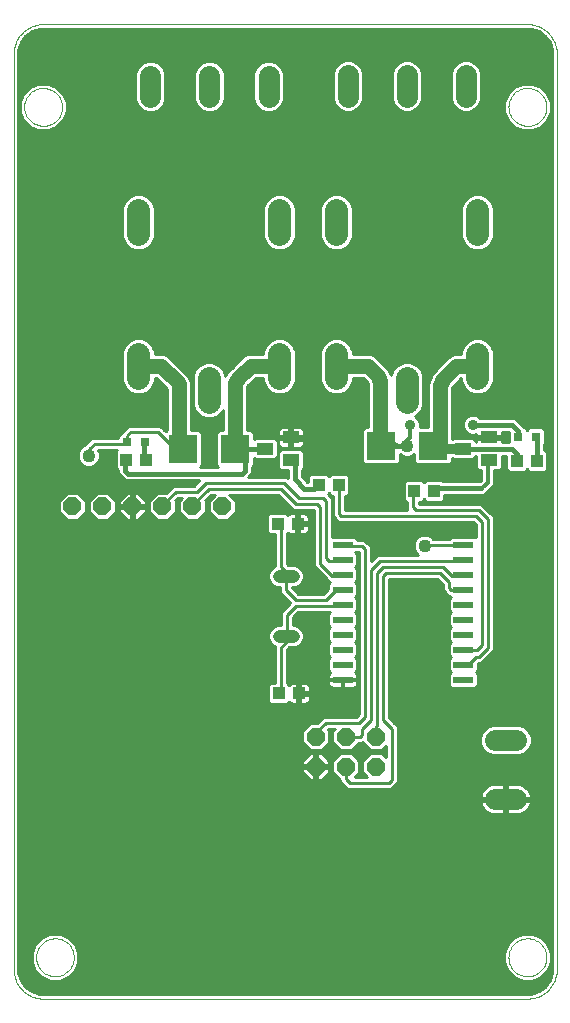
<source format=gtl>
G75*
%MOIN*%
%OFA0B0*%
%FSLAX24Y24*%
%IPPOS*%
%LPD*%
%AMOC8*
5,1,8,0,0,1.08239X$1,22.5*
%
%ADD10C,0.0000*%
%ADD11R,0.0433X0.0394*%
%ADD12OC8,0.0600*%
%ADD13C,0.0780*%
%ADD14C,0.0440*%
%ADD15C,0.0705*%
%ADD16R,0.0669X0.0236*%
%ADD17R,0.0945X0.0945*%
%ADD18R,0.0551X0.0394*%
%ADD19R,0.0394X0.0433*%
%ADD20R,0.0315X0.0315*%
%ADD21C,0.0100*%
%ADD22C,0.0357*%
%ADD23C,0.0120*%
%ADD24C,0.0160*%
%ADD25C,0.0500*%
%ADD26C,0.0436*%
%ADD27C,0.0320*%
D10*
X003149Y005613D02*
X019291Y005613D01*
X019353Y005615D01*
X019414Y005621D01*
X019475Y005630D01*
X019536Y005644D01*
X019595Y005661D01*
X019653Y005682D01*
X019710Y005707D01*
X019765Y005735D01*
X019818Y005766D01*
X019869Y005801D01*
X019918Y005839D01*
X019965Y005880D01*
X020008Y005923D01*
X020049Y005970D01*
X020087Y006019D01*
X020122Y006070D01*
X020153Y006123D01*
X020181Y006178D01*
X020206Y006235D01*
X020227Y006293D01*
X020244Y006352D01*
X020258Y006413D01*
X020267Y006474D01*
X020273Y006535D01*
X020275Y006597D01*
X020275Y037109D01*
X020273Y037171D01*
X020267Y037232D01*
X020258Y037293D01*
X020244Y037354D01*
X020227Y037413D01*
X020206Y037471D01*
X020181Y037528D01*
X020153Y037583D01*
X020122Y037636D01*
X020087Y037687D01*
X020049Y037736D01*
X020008Y037783D01*
X019965Y037826D01*
X019918Y037867D01*
X019869Y037905D01*
X019818Y037940D01*
X019765Y037971D01*
X019710Y037999D01*
X019653Y038024D01*
X019595Y038045D01*
X019536Y038062D01*
X019475Y038076D01*
X019414Y038085D01*
X019353Y038091D01*
X019291Y038093D01*
X003149Y038093D01*
X003087Y038091D01*
X003026Y038085D01*
X002965Y038076D01*
X002904Y038062D01*
X002845Y038045D01*
X002787Y038024D01*
X002730Y037999D01*
X002675Y037971D01*
X002622Y037940D01*
X002571Y037905D01*
X002522Y037867D01*
X002475Y037826D01*
X002432Y037783D01*
X002391Y037736D01*
X002353Y037687D01*
X002318Y037636D01*
X002287Y037583D01*
X002259Y037528D01*
X002234Y037471D01*
X002213Y037413D01*
X002196Y037354D01*
X002182Y037293D01*
X002173Y037232D01*
X002167Y037171D01*
X002165Y037109D01*
X002165Y006597D01*
X002167Y006535D01*
X002173Y006474D01*
X002182Y006413D01*
X002196Y006352D01*
X002213Y006293D01*
X002234Y006235D01*
X002259Y006178D01*
X002287Y006123D01*
X002318Y006070D01*
X002353Y006019D01*
X002391Y005970D01*
X002432Y005923D01*
X002475Y005880D01*
X002522Y005839D01*
X002571Y005801D01*
X002622Y005766D01*
X002675Y005735D01*
X002730Y005707D01*
X002787Y005682D01*
X002845Y005661D01*
X002904Y005644D01*
X002965Y005630D01*
X003026Y005621D01*
X003087Y005615D01*
X003149Y005613D01*
X002913Y006991D02*
X002915Y007041D01*
X002921Y007091D01*
X002931Y007140D01*
X002945Y007188D01*
X002962Y007235D01*
X002983Y007280D01*
X003008Y007324D01*
X003036Y007365D01*
X003068Y007404D01*
X003102Y007441D01*
X003139Y007475D01*
X003179Y007505D01*
X003221Y007532D01*
X003265Y007556D01*
X003311Y007577D01*
X003358Y007593D01*
X003406Y007606D01*
X003456Y007615D01*
X003505Y007620D01*
X003556Y007621D01*
X003606Y007618D01*
X003655Y007611D01*
X003704Y007600D01*
X003752Y007585D01*
X003798Y007567D01*
X003843Y007545D01*
X003886Y007519D01*
X003927Y007490D01*
X003966Y007458D01*
X004002Y007423D01*
X004034Y007385D01*
X004064Y007345D01*
X004091Y007302D01*
X004114Y007258D01*
X004133Y007212D01*
X004149Y007164D01*
X004161Y007115D01*
X004169Y007066D01*
X004173Y007016D01*
X004173Y006966D01*
X004169Y006916D01*
X004161Y006867D01*
X004149Y006818D01*
X004133Y006770D01*
X004114Y006724D01*
X004091Y006680D01*
X004064Y006637D01*
X004034Y006597D01*
X004002Y006559D01*
X003966Y006524D01*
X003927Y006492D01*
X003886Y006463D01*
X003843Y006437D01*
X003798Y006415D01*
X003752Y006397D01*
X003704Y006382D01*
X003655Y006371D01*
X003606Y006364D01*
X003556Y006361D01*
X003505Y006362D01*
X003456Y006367D01*
X003406Y006376D01*
X003358Y006389D01*
X003311Y006405D01*
X003265Y006426D01*
X003221Y006450D01*
X003179Y006477D01*
X003139Y006507D01*
X003102Y006541D01*
X003068Y006578D01*
X003036Y006617D01*
X003008Y006658D01*
X002983Y006702D01*
X002962Y006747D01*
X002945Y006794D01*
X002931Y006842D01*
X002921Y006891D01*
X002915Y006941D01*
X002913Y006991D01*
X002519Y035337D02*
X002521Y035387D01*
X002527Y035437D01*
X002537Y035486D01*
X002551Y035534D01*
X002568Y035581D01*
X002589Y035626D01*
X002614Y035670D01*
X002642Y035711D01*
X002674Y035750D01*
X002708Y035787D01*
X002745Y035821D01*
X002785Y035851D01*
X002827Y035878D01*
X002871Y035902D01*
X002917Y035923D01*
X002964Y035939D01*
X003012Y035952D01*
X003062Y035961D01*
X003111Y035966D01*
X003162Y035967D01*
X003212Y035964D01*
X003261Y035957D01*
X003310Y035946D01*
X003358Y035931D01*
X003404Y035913D01*
X003449Y035891D01*
X003492Y035865D01*
X003533Y035836D01*
X003572Y035804D01*
X003608Y035769D01*
X003640Y035731D01*
X003670Y035691D01*
X003697Y035648D01*
X003720Y035604D01*
X003739Y035558D01*
X003755Y035510D01*
X003767Y035461D01*
X003775Y035412D01*
X003779Y035362D01*
X003779Y035312D01*
X003775Y035262D01*
X003767Y035213D01*
X003755Y035164D01*
X003739Y035116D01*
X003720Y035070D01*
X003697Y035026D01*
X003670Y034983D01*
X003640Y034943D01*
X003608Y034905D01*
X003572Y034870D01*
X003533Y034838D01*
X003492Y034809D01*
X003449Y034783D01*
X003404Y034761D01*
X003358Y034743D01*
X003310Y034728D01*
X003261Y034717D01*
X003212Y034710D01*
X003162Y034707D01*
X003111Y034708D01*
X003062Y034713D01*
X003012Y034722D01*
X002964Y034735D01*
X002917Y034751D01*
X002871Y034772D01*
X002827Y034796D01*
X002785Y034823D01*
X002745Y034853D01*
X002708Y034887D01*
X002674Y034924D01*
X002642Y034963D01*
X002614Y035004D01*
X002589Y035048D01*
X002568Y035093D01*
X002551Y035140D01*
X002537Y035188D01*
X002527Y035237D01*
X002521Y035287D01*
X002519Y035337D01*
X018661Y035337D02*
X018663Y035387D01*
X018669Y035437D01*
X018679Y035486D01*
X018693Y035534D01*
X018710Y035581D01*
X018731Y035626D01*
X018756Y035670D01*
X018784Y035711D01*
X018816Y035750D01*
X018850Y035787D01*
X018887Y035821D01*
X018927Y035851D01*
X018969Y035878D01*
X019013Y035902D01*
X019059Y035923D01*
X019106Y035939D01*
X019154Y035952D01*
X019204Y035961D01*
X019253Y035966D01*
X019304Y035967D01*
X019354Y035964D01*
X019403Y035957D01*
X019452Y035946D01*
X019500Y035931D01*
X019546Y035913D01*
X019591Y035891D01*
X019634Y035865D01*
X019675Y035836D01*
X019714Y035804D01*
X019750Y035769D01*
X019782Y035731D01*
X019812Y035691D01*
X019839Y035648D01*
X019862Y035604D01*
X019881Y035558D01*
X019897Y035510D01*
X019909Y035461D01*
X019917Y035412D01*
X019921Y035362D01*
X019921Y035312D01*
X019917Y035262D01*
X019909Y035213D01*
X019897Y035164D01*
X019881Y035116D01*
X019862Y035070D01*
X019839Y035026D01*
X019812Y034983D01*
X019782Y034943D01*
X019750Y034905D01*
X019714Y034870D01*
X019675Y034838D01*
X019634Y034809D01*
X019591Y034783D01*
X019546Y034761D01*
X019500Y034743D01*
X019452Y034728D01*
X019403Y034717D01*
X019354Y034710D01*
X019304Y034707D01*
X019253Y034708D01*
X019204Y034713D01*
X019154Y034722D01*
X019106Y034735D01*
X019059Y034751D01*
X019013Y034772D01*
X018969Y034796D01*
X018927Y034823D01*
X018887Y034853D01*
X018850Y034887D01*
X018816Y034924D01*
X018784Y034963D01*
X018756Y035004D01*
X018731Y035048D01*
X018710Y035093D01*
X018693Y035140D01*
X018679Y035188D01*
X018669Y035237D01*
X018663Y035287D01*
X018661Y035337D01*
X018661Y006991D02*
X018663Y007041D01*
X018669Y007091D01*
X018679Y007140D01*
X018693Y007188D01*
X018710Y007235D01*
X018731Y007280D01*
X018756Y007324D01*
X018784Y007365D01*
X018816Y007404D01*
X018850Y007441D01*
X018887Y007475D01*
X018927Y007505D01*
X018969Y007532D01*
X019013Y007556D01*
X019059Y007577D01*
X019106Y007593D01*
X019154Y007606D01*
X019204Y007615D01*
X019253Y007620D01*
X019304Y007621D01*
X019354Y007618D01*
X019403Y007611D01*
X019452Y007600D01*
X019500Y007585D01*
X019546Y007567D01*
X019591Y007545D01*
X019634Y007519D01*
X019675Y007490D01*
X019714Y007458D01*
X019750Y007423D01*
X019782Y007385D01*
X019812Y007345D01*
X019839Y007302D01*
X019862Y007258D01*
X019881Y007212D01*
X019897Y007164D01*
X019909Y007115D01*
X019917Y007066D01*
X019921Y007016D01*
X019921Y006966D01*
X019917Y006916D01*
X019909Y006867D01*
X019897Y006818D01*
X019881Y006770D01*
X019862Y006724D01*
X019839Y006680D01*
X019812Y006637D01*
X019782Y006597D01*
X019750Y006559D01*
X019714Y006524D01*
X019675Y006492D01*
X019634Y006463D01*
X019591Y006437D01*
X019546Y006415D01*
X019500Y006397D01*
X019452Y006382D01*
X019403Y006371D01*
X019354Y006364D01*
X019304Y006361D01*
X019253Y006362D01*
X019204Y006367D01*
X019154Y006376D01*
X019106Y006389D01*
X019059Y006405D01*
X019013Y006426D01*
X018969Y006450D01*
X018927Y006477D01*
X018887Y006507D01*
X018850Y006541D01*
X018816Y006578D01*
X018784Y006617D01*
X018756Y006658D01*
X018731Y006702D01*
X018710Y006747D01*
X018693Y006794D01*
X018679Y006842D01*
X018669Y006891D01*
X018663Y006941D01*
X018661Y006991D01*
D11*
X011674Y015792D03*
X011005Y015792D03*
X010963Y021440D03*
X011632Y021440D03*
D12*
X009117Y022023D03*
X008117Y022023D03*
X007117Y022023D03*
X006117Y022023D03*
X005117Y022023D03*
X004117Y022023D03*
X012244Y014345D03*
X012244Y013345D03*
X013244Y013345D03*
X013244Y014345D03*
X014244Y014345D03*
X014244Y013345D03*
D13*
X015274Y025505D02*
X015274Y026285D01*
X017624Y026305D02*
X017624Y027085D01*
X017624Y031105D02*
X017624Y031885D01*
X012924Y031885D02*
X012924Y031105D01*
X011024Y031105D02*
X011024Y031885D01*
X011024Y027085D02*
X011024Y026305D01*
X012924Y026305D02*
X012924Y027085D01*
X008674Y026285D02*
X008674Y025505D01*
X006324Y026305D02*
X006324Y027085D01*
X006324Y031105D02*
X006324Y031885D01*
D14*
X011024Y019695D02*
X011464Y019695D01*
X011464Y017695D02*
X011024Y017695D01*
D15*
X018221Y014229D02*
X018926Y014229D01*
X018926Y012261D02*
X018221Y012261D01*
X017242Y035684D02*
X017242Y036389D01*
X015274Y036389D02*
X015274Y035684D01*
X013305Y035684D02*
X013305Y036389D01*
X010662Y036369D02*
X010662Y035664D01*
X008694Y035664D02*
X008694Y036369D01*
X006725Y036369D02*
X006725Y035664D01*
D16*
X013136Y020745D03*
X013136Y020245D03*
X013136Y019745D03*
X013136Y019245D03*
X013136Y018745D03*
X013136Y018245D03*
X013136Y017745D03*
X013136Y017245D03*
X013136Y016745D03*
X013136Y016245D03*
X017152Y016245D03*
X017152Y016745D03*
X017152Y017245D03*
X017152Y017745D03*
X017152Y018245D03*
X017152Y018745D03*
X017152Y019245D03*
X017152Y019745D03*
X017152Y020245D03*
X017152Y020745D03*
D17*
X016140Y024045D03*
X014408Y024045D03*
X009540Y023945D03*
X007808Y023945D03*
D18*
X010541Y023945D03*
X011407Y024319D03*
X011407Y023571D03*
X017141Y023945D03*
X018007Y024319D03*
X018007Y023571D03*
D19*
X018939Y023545D03*
X019609Y023545D03*
X016179Y022545D03*
X015509Y022545D03*
X013009Y022745D03*
X012339Y022745D03*
X006579Y023575D03*
X005909Y023575D03*
D20*
X005959Y024165D03*
X006549Y024165D03*
X018979Y024345D03*
X019569Y024345D03*
D21*
X019877Y024328D02*
X020125Y024328D01*
X020125Y024426D02*
X019877Y024426D01*
X019877Y024525D02*
X020125Y024525D01*
X020125Y024623D02*
X019818Y024623D01*
X019789Y024652D02*
X019350Y024652D01*
X019274Y024577D01*
X019198Y024652D01*
X019192Y024652D01*
X019004Y024840D01*
X018869Y024975D01*
X017702Y024975D01*
X017654Y025024D01*
X017533Y025074D01*
X017402Y025074D01*
X017281Y025024D01*
X017189Y024931D01*
X017139Y024810D01*
X017139Y024679D01*
X017189Y024559D01*
X017281Y024466D01*
X017402Y024416D01*
X017533Y024416D01*
X017581Y024436D01*
X017581Y024367D01*
X017959Y024367D01*
X017959Y024270D01*
X017581Y024270D01*
X017581Y024175D01*
X017566Y024175D01*
X017566Y024204D01*
X017479Y024292D01*
X016803Y024292D01*
X016768Y024257D01*
X016768Y025932D01*
X016770Y025952D01*
X016785Y025988D01*
X016797Y026003D01*
X017084Y026289D01*
X017084Y026197D01*
X017166Y025999D01*
X017318Y025847D01*
X017516Y025765D01*
X017731Y025765D01*
X017930Y025847D01*
X018082Y025999D01*
X018164Y026197D01*
X018164Y027192D01*
X018082Y027391D01*
X017930Y027543D01*
X017731Y027625D01*
X017516Y027625D01*
X017318Y027543D01*
X017166Y027391D01*
X017084Y027192D01*
X017084Y027095D01*
X016844Y027095D01*
X016697Y027034D01*
X016288Y026625D01*
X016280Y026617D01*
X016176Y026512D01*
X016105Y026442D01*
X016105Y026442D01*
X015968Y026111D01*
X015968Y024667D01*
X015698Y024667D01*
X015703Y024679D01*
X015703Y024810D01*
X015653Y024931D01*
X015560Y025024D01*
X015542Y025031D01*
X015580Y025047D01*
X015732Y025199D01*
X015814Y025397D01*
X015814Y026392D01*
X015732Y026591D01*
X015580Y026743D01*
X015381Y026825D01*
X015166Y026825D01*
X014968Y026743D01*
X014816Y026591D01*
X014734Y026393D01*
X014647Y026602D01*
X014647Y026602D01*
X014592Y026658D01*
X014534Y026716D01*
X014479Y026770D01*
X014307Y026942D01*
X014195Y027055D01*
X014048Y027116D01*
X013889Y027116D01*
X013838Y027095D01*
X013464Y027095D01*
X013464Y027192D01*
X013382Y027391D01*
X013230Y027543D01*
X013031Y027625D01*
X012816Y027625D01*
X012618Y027543D01*
X012466Y027391D01*
X012384Y027192D01*
X012384Y026197D01*
X012466Y025999D01*
X012618Y025847D01*
X012816Y025765D01*
X013031Y025765D01*
X013230Y025847D01*
X013382Y025999D01*
X013464Y026197D01*
X013464Y026295D01*
X013823Y026295D01*
X013968Y026150D01*
X013968Y024667D01*
X013873Y024667D01*
X013785Y024579D01*
X013785Y023510D01*
X013873Y023422D01*
X014942Y023422D01*
X015030Y023510D01*
X015030Y023768D01*
X015065Y023733D01*
X015201Y023677D01*
X015347Y023677D01*
X015482Y023733D01*
X015518Y023768D01*
X015518Y023510D01*
X015605Y023422D01*
X016675Y023422D01*
X016762Y023510D01*
X016762Y023635D01*
X016766Y023635D01*
X016803Y023598D01*
X017479Y023598D01*
X017566Y023686D01*
X017566Y023715D01*
X017581Y023715D01*
X017581Y023312D01*
X017669Y023224D01*
X017758Y023224D01*
X017758Y022903D01*
X017730Y022875D01*
X016474Y022875D01*
X016438Y022911D01*
X015920Y022911D01*
X015844Y022836D01*
X015768Y022911D01*
X015250Y022911D01*
X015162Y022824D01*
X015162Y022266D01*
X015250Y022178D01*
X015268Y022178D01*
X015268Y021933D01*
X015285Y021916D01*
X013209Y021916D01*
X013209Y022378D01*
X013268Y022378D01*
X013355Y022466D01*
X013355Y023024D01*
X013268Y023111D01*
X012750Y023111D01*
X012674Y023036D01*
X012598Y023111D01*
X012080Y023111D01*
X011992Y023024D01*
X011992Y022835D01*
X011949Y022835D01*
X011764Y023020D01*
X011764Y023243D01*
X011833Y023312D01*
X011833Y023830D01*
X011745Y023918D01*
X011069Y023918D01*
X010981Y023830D01*
X010981Y023312D01*
X011069Y023224D01*
X011304Y023224D01*
X011304Y022963D01*
X011251Y023016D01*
X009993Y023016D01*
X010098Y023121D01*
X010098Y023346D01*
X010162Y023410D01*
X010162Y023639D01*
X010203Y023598D01*
X010879Y023598D01*
X010966Y023686D01*
X010966Y024204D01*
X010879Y024292D01*
X010203Y024292D01*
X010162Y024251D01*
X010162Y024479D01*
X010075Y024567D01*
X009940Y024567D01*
X009940Y026022D01*
X010234Y026316D01*
X010484Y026316D01*
X010484Y026197D01*
X010566Y025999D01*
X010718Y025847D01*
X010916Y025765D01*
X011131Y025765D01*
X011330Y025847D01*
X011482Y025999D01*
X011564Y026197D01*
X011564Y027192D01*
X011482Y027391D01*
X011330Y027543D01*
X011131Y027625D01*
X010916Y027625D01*
X010718Y027543D01*
X010566Y027391D01*
X010484Y027192D01*
X010484Y027116D01*
X009989Y027116D01*
X009842Y027055D01*
X009429Y026642D01*
X009405Y026618D01*
X009316Y026530D01*
X009261Y026474D01*
X009214Y026361D01*
X009214Y026392D01*
X009132Y026591D01*
X008980Y026743D01*
X008781Y026825D01*
X008566Y026825D01*
X008368Y026743D01*
X008216Y026591D01*
X008134Y026392D01*
X008134Y025397D01*
X008216Y025199D01*
X008368Y025047D01*
X008566Y024965D01*
X008781Y024965D01*
X008980Y025047D01*
X009132Y025199D01*
X009140Y025219D01*
X009140Y024567D01*
X009005Y024567D01*
X008918Y024479D01*
X008918Y023410D01*
X008982Y023346D01*
X008366Y023346D01*
X008430Y023410D01*
X008430Y024479D01*
X008342Y024567D01*
X008068Y024567D01*
X008068Y026169D01*
X007988Y026361D01*
X007971Y026379D01*
X007295Y027055D01*
X007148Y027116D01*
X006864Y027116D01*
X006864Y027192D01*
X006782Y027391D01*
X006630Y027543D01*
X006431Y027625D01*
X006216Y027625D01*
X006018Y027543D01*
X005866Y027391D01*
X005784Y027192D01*
X005784Y026197D01*
X005866Y025999D01*
X006018Y025847D01*
X006216Y025765D01*
X006431Y025765D01*
X006630Y025847D01*
X006782Y025999D01*
X006864Y026197D01*
X006864Y026316D01*
X006902Y026316D01*
X007268Y025950D01*
X007268Y024562D01*
X007236Y024531D01*
X007205Y024562D01*
X007193Y024574D01*
X007100Y024666D01*
X007088Y024679D01*
X007069Y024679D01*
X007012Y024703D01*
X006999Y024716D01*
X005985Y024716D01*
X005912Y024643D01*
X005903Y024633D01*
X005808Y024539D01*
X005795Y024526D01*
X005795Y024508D01*
X005781Y024472D01*
X005739Y024472D01*
X005651Y024384D01*
X005651Y024316D01*
X004785Y024316D01*
X004622Y024152D01*
X004604Y024135D01*
X004524Y024055D01*
X004460Y024028D01*
X004356Y023924D01*
X004300Y023789D01*
X004300Y023643D01*
X004356Y023507D01*
X004460Y023404D01*
X004595Y023348D01*
X004741Y023348D01*
X004877Y023404D01*
X004980Y023507D01*
X005036Y023643D01*
X005036Y023789D01*
X004984Y023916D01*
X005625Y023916D01*
X005562Y023854D01*
X005562Y023296D01*
X005638Y023220D01*
X005638Y023121D01*
X005738Y023021D01*
X005873Y022886D01*
X008355Y022886D01*
X008185Y022716D01*
X007485Y022716D01*
X007243Y022473D01*
X006931Y022473D01*
X006667Y022210D01*
X006667Y021837D01*
X006931Y021573D01*
X007304Y021573D01*
X007567Y021837D01*
X007567Y022210D01*
X007556Y022221D01*
X007651Y022316D01*
X007773Y022316D01*
X007667Y022210D01*
X007667Y021837D01*
X007931Y021573D01*
X008304Y021573D01*
X008567Y021837D01*
X008567Y022210D01*
X008556Y022221D01*
X008751Y022416D01*
X008873Y022416D01*
X008667Y022210D01*
X008667Y021837D01*
X008931Y021573D01*
X009304Y021573D01*
X009567Y021837D01*
X009567Y022210D01*
X009361Y022416D01*
X010985Y022416D01*
X011485Y021916D01*
X012168Y021916D01*
X012168Y020033D01*
X012568Y019633D01*
X012685Y019516D01*
X012700Y019516D01*
X012721Y019495D01*
X012651Y019425D01*
X012651Y019282D01*
X012485Y019116D01*
X011651Y019116D01*
X011444Y019323D01*
X011444Y019325D01*
X011538Y019325D01*
X011674Y019381D01*
X011778Y019485D01*
X011834Y019621D01*
X011834Y019768D01*
X011778Y019904D01*
X011674Y020009D01*
X011538Y020065D01*
X011302Y020065D01*
X011268Y020099D01*
X011268Y021120D01*
X011297Y021149D01*
X011323Y021123D01*
X011357Y021103D01*
X011396Y021093D01*
X011583Y021093D01*
X011583Y021392D01*
X011680Y021392D01*
X011680Y021488D01*
X011998Y021488D01*
X011998Y021657D01*
X011988Y021695D01*
X011968Y021729D01*
X011940Y021757D01*
X011906Y021777D01*
X011868Y021787D01*
X011680Y021787D01*
X011680Y021489D01*
X011583Y021489D01*
X011583Y021787D01*
X011396Y021787D01*
X011357Y021777D01*
X011323Y021757D01*
X011297Y021731D01*
X011241Y021787D01*
X010684Y021787D01*
X010596Y021699D01*
X010596Y021181D01*
X010684Y021093D01*
X010868Y021093D01*
X010868Y020031D01*
X010814Y020009D01*
X010710Y019904D01*
X010654Y019768D01*
X010654Y019621D01*
X010710Y019485D01*
X010814Y019381D01*
X010950Y019325D01*
X011044Y019325D01*
X011044Y019157D01*
X011161Y019040D01*
X011161Y019040D01*
X011368Y018833D01*
X011385Y018816D01*
X011185Y018616D01*
X011068Y018499D01*
X011068Y018065D01*
X010950Y018065D01*
X010814Y018009D01*
X010710Y017904D01*
X010654Y017768D01*
X010654Y017621D01*
X010710Y017485D01*
X010814Y017381D01*
X010868Y017359D01*
X010868Y016138D01*
X010726Y016138D01*
X010638Y016051D01*
X010638Y015533D01*
X010726Y015445D01*
X011283Y015445D01*
X011339Y015501D01*
X011365Y015475D01*
X011399Y015455D01*
X011438Y015445D01*
X011625Y015445D01*
X011625Y015743D01*
X011722Y015743D01*
X011722Y015445D01*
X011910Y015445D01*
X011948Y015455D01*
X011982Y015475D01*
X012010Y015503D01*
X012030Y015537D01*
X012040Y015575D01*
X012040Y015743D01*
X011722Y015743D01*
X011722Y015840D01*
X011625Y015840D01*
X011625Y016138D01*
X011438Y016138D01*
X011399Y016128D01*
X011365Y016109D01*
X011339Y016083D01*
X011283Y016138D01*
X011268Y016138D01*
X011268Y017233D01*
X011327Y017292D01*
X011360Y017325D01*
X011538Y017325D01*
X011674Y017381D01*
X011778Y017485D01*
X011834Y017621D01*
X011834Y017768D01*
X011778Y017904D01*
X011674Y018009D01*
X011538Y018065D01*
X011468Y018065D01*
X011468Y018333D01*
X011651Y018516D01*
X012700Y018516D01*
X012721Y018495D01*
X012651Y018425D01*
X012651Y018065D01*
X012721Y017995D01*
X012651Y017925D01*
X012651Y017565D01*
X012721Y017495D01*
X012651Y017425D01*
X012651Y017065D01*
X012721Y016995D01*
X012651Y016925D01*
X012651Y016565D01*
X012724Y016492D01*
X012709Y016483D01*
X012681Y016455D01*
X012662Y016421D01*
X012651Y016383D01*
X012651Y016254D01*
X013127Y016254D01*
X013127Y016236D01*
X012651Y016236D01*
X012651Y016107D01*
X012662Y016069D01*
X012681Y016035D01*
X012709Y016007D01*
X012744Y015987D01*
X012782Y015977D01*
X013127Y015977D01*
X013127Y016236D01*
X013145Y016236D01*
X013145Y016254D01*
X013621Y016254D01*
X013621Y016383D01*
X013611Y016421D01*
X013591Y016455D01*
X013563Y016483D01*
X013548Y016492D01*
X013621Y016565D01*
X013621Y016925D01*
X013551Y016995D01*
X013621Y017065D01*
X013621Y017425D01*
X013551Y017495D01*
X013621Y017565D01*
X013621Y017925D01*
X013551Y017995D01*
X013621Y018065D01*
X013621Y018425D01*
X013551Y018495D01*
X013621Y018565D01*
X013621Y018925D01*
X013551Y018995D01*
X013621Y019065D01*
X013621Y019425D01*
X013551Y019495D01*
X013621Y019565D01*
X013621Y019925D01*
X013551Y019995D01*
X013621Y020065D01*
X013621Y020425D01*
X013551Y020495D01*
X013572Y020516D01*
X013668Y020516D01*
X013668Y015099D01*
X013585Y015016D01*
X012485Y015016D01*
X012264Y014795D01*
X012058Y014795D01*
X011794Y014531D01*
X011794Y014158D01*
X012058Y013895D01*
X012430Y013895D01*
X012694Y014158D01*
X012694Y014531D01*
X012630Y014595D01*
X012651Y014616D01*
X012879Y014616D01*
X012794Y014531D01*
X012794Y014158D01*
X013058Y013895D01*
X013430Y013895D01*
X013680Y014145D01*
X013780Y014145D01*
X013794Y014159D01*
X013794Y014158D01*
X014058Y013895D01*
X014430Y013895D01*
X014568Y014033D01*
X014568Y013657D01*
X014430Y013795D01*
X014058Y013795D01*
X013794Y013531D01*
X013794Y013158D01*
X013937Y013016D01*
X013551Y013016D01*
X013694Y013158D01*
X013694Y013531D01*
X013430Y013795D01*
X013058Y013795D01*
X012794Y013531D01*
X012794Y013158D01*
X013044Y012908D01*
X013044Y012857D01*
X013161Y012740D01*
X013285Y012616D01*
X014751Y012616D01*
X014868Y012733D01*
X014968Y012833D01*
X014968Y014699D01*
X014851Y014816D01*
X014668Y014999D01*
X014668Y019616D01*
X016285Y019616D01*
X016468Y019433D01*
X016468Y019233D01*
X016539Y019162D01*
X016656Y019045D01*
X016687Y019045D01*
X016737Y018995D01*
X016667Y018925D01*
X016667Y018565D01*
X016737Y018495D01*
X016667Y018425D01*
X016667Y018065D01*
X016737Y017995D01*
X016667Y017925D01*
X016667Y017565D01*
X016737Y017495D01*
X016667Y017425D01*
X016667Y017065D01*
X016737Y016995D01*
X016667Y016925D01*
X016667Y016565D01*
X016737Y016495D01*
X016667Y016425D01*
X016667Y016065D01*
X016755Y015977D01*
X017549Y015977D01*
X017636Y016065D01*
X017636Y016425D01*
X017567Y016495D01*
X017636Y016565D01*
X017636Y016801D01*
X017651Y016816D01*
X017751Y016816D01*
X017868Y016933D01*
X018051Y017116D01*
X018168Y017233D01*
X018168Y021699D01*
X018051Y021816D01*
X017751Y022116D01*
X015668Y022116D01*
X015668Y022178D01*
X015768Y022178D01*
X015844Y022254D01*
X015920Y022178D01*
X016438Y022178D01*
X016525Y022266D01*
X016525Y022415D01*
X017849Y022415D01*
X017898Y022464D01*
X017913Y022464D01*
X018178Y022729D01*
X018178Y023224D01*
X018345Y023224D01*
X018433Y023312D01*
X018433Y023715D01*
X018592Y023715D01*
X018592Y023266D01*
X018680Y023178D01*
X019198Y023178D01*
X019274Y023254D01*
X019350Y023178D01*
X019868Y023178D01*
X019955Y023266D01*
X019955Y023824D01*
X019868Y023911D01*
X019839Y023911D01*
X019839Y024087D01*
X019877Y024125D01*
X019877Y024564D01*
X019789Y024652D01*
X019877Y024229D02*
X020125Y024229D01*
X020125Y024131D02*
X019877Y024131D01*
X019839Y024032D02*
X020125Y024032D01*
X020125Y023934D02*
X019839Y023934D01*
X019944Y023835D02*
X020125Y023835D01*
X020125Y023737D02*
X019955Y023737D01*
X019955Y023638D02*
X020125Y023638D01*
X020125Y023540D02*
X019955Y023540D01*
X019955Y023441D02*
X020125Y023441D01*
X020125Y023343D02*
X019955Y023343D01*
X019934Y023244D02*
X020125Y023244D01*
X020125Y023146D02*
X018178Y023146D01*
X018178Y023047D02*
X020125Y023047D01*
X020125Y022949D02*
X018178Y022949D01*
X018178Y022850D02*
X020125Y022850D01*
X020125Y022752D02*
X018178Y022752D01*
X018103Y022653D02*
X020125Y022653D01*
X020125Y022555D02*
X018004Y022555D01*
X017891Y022456D02*
X020125Y022456D01*
X020125Y022358D02*
X016525Y022358D01*
X016519Y022259D02*
X020125Y022259D01*
X020125Y022161D02*
X015668Y022161D01*
X015468Y022016D02*
X015468Y022504D01*
X015509Y022545D01*
X015189Y022850D02*
X013355Y022850D01*
X013355Y022752D02*
X015162Y022752D01*
X015162Y022653D02*
X013355Y022653D01*
X013355Y022555D02*
X015162Y022555D01*
X015162Y022456D02*
X013346Y022456D01*
X013209Y022358D02*
X015162Y022358D01*
X015169Y022259D02*
X013209Y022259D01*
X013209Y022161D02*
X015268Y022161D01*
X015268Y022062D02*
X013209Y022062D01*
X013209Y021964D02*
X015268Y021964D01*
X015468Y022016D02*
X015568Y021916D01*
X017668Y021916D01*
X017968Y021616D01*
X017968Y017316D01*
X017668Y017016D01*
X017568Y017016D01*
X017334Y016781D01*
X017245Y016745D02*
X017152Y016745D01*
X017152Y016800D01*
X017245Y016745D02*
X017265Y016747D01*
X017284Y016751D01*
X017302Y016759D01*
X017318Y016769D01*
X017333Y016782D01*
X017636Y016743D02*
X020125Y016743D01*
X020125Y016645D02*
X017636Y016645D01*
X017618Y016546D02*
X020125Y016546D01*
X020125Y016448D02*
X017614Y016448D01*
X017636Y016349D02*
X020125Y016349D01*
X020125Y016251D02*
X017636Y016251D01*
X017636Y016152D02*
X020125Y016152D01*
X020125Y016054D02*
X017626Y016054D01*
X017777Y016842D02*
X020125Y016842D01*
X020125Y016940D02*
X017876Y016940D01*
X017868Y016933D02*
X017868Y016933D01*
X017974Y017039D02*
X020125Y017039D01*
X020125Y017137D02*
X018073Y017137D01*
X018051Y017116D02*
X018051Y017116D01*
X018168Y017236D02*
X020125Y017236D01*
X020125Y017334D02*
X018168Y017334D01*
X018168Y017433D02*
X020125Y017433D01*
X020125Y017531D02*
X018168Y017531D01*
X018168Y017630D02*
X020125Y017630D01*
X020125Y017728D02*
X018168Y017728D01*
X018168Y017827D02*
X020125Y017827D01*
X020125Y017925D02*
X018168Y017925D01*
X018168Y018024D02*
X020125Y018024D01*
X020125Y018122D02*
X018168Y018122D01*
X018168Y018221D02*
X020125Y018221D01*
X020125Y018319D02*
X018168Y018319D01*
X018168Y018418D02*
X020125Y018418D01*
X020125Y018516D02*
X018168Y018516D01*
X018168Y018615D02*
X020125Y018615D01*
X020125Y018713D02*
X018168Y018713D01*
X018168Y018812D02*
X020125Y018812D01*
X020125Y018910D02*
X018168Y018910D01*
X018168Y019009D02*
X020125Y019009D01*
X020125Y019107D02*
X018168Y019107D01*
X018168Y019206D02*
X020125Y019206D01*
X020125Y019304D02*
X018168Y019304D01*
X018168Y019403D02*
X020125Y019403D01*
X020125Y019501D02*
X018168Y019501D01*
X018168Y019600D02*
X020125Y019600D01*
X020125Y019698D02*
X018168Y019698D01*
X018168Y019797D02*
X020125Y019797D01*
X020125Y019895D02*
X018168Y019895D01*
X018168Y019994D02*
X020125Y019994D01*
X020125Y020092D02*
X018168Y020092D01*
X018168Y020191D02*
X020125Y020191D01*
X020125Y020289D02*
X018168Y020289D01*
X018168Y020388D02*
X020125Y020388D01*
X020125Y020486D02*
X018168Y020486D01*
X018168Y020585D02*
X020125Y020585D01*
X020125Y020683D02*
X018168Y020683D01*
X018168Y020782D02*
X020125Y020782D01*
X020125Y020880D02*
X018168Y020880D01*
X018168Y020979D02*
X020125Y020979D01*
X020125Y021077D02*
X018168Y021077D01*
X018168Y021176D02*
X020125Y021176D01*
X020125Y021274D02*
X018168Y021274D01*
X018168Y021373D02*
X020125Y021373D01*
X020125Y021471D02*
X018168Y021471D01*
X018168Y021570D02*
X020125Y021570D01*
X020125Y021668D02*
X018168Y021668D01*
X018100Y021767D02*
X020125Y021767D01*
X020125Y021865D02*
X018001Y021865D01*
X017903Y021964D02*
X020125Y021964D01*
X020125Y022062D02*
X017804Y022062D01*
X017568Y021716D02*
X017768Y021516D01*
X017768Y017416D01*
X017597Y017245D01*
X017152Y017245D01*
X016667Y017236D02*
X014668Y017236D01*
X014668Y017334D02*
X016667Y017334D01*
X016675Y017433D02*
X014668Y017433D01*
X014668Y017531D02*
X016700Y017531D01*
X016667Y017630D02*
X014668Y017630D01*
X014668Y017728D02*
X016667Y017728D01*
X016667Y017827D02*
X014668Y017827D01*
X014668Y017925D02*
X016667Y017925D01*
X016708Y018024D02*
X014668Y018024D01*
X014668Y018122D02*
X016667Y018122D01*
X016667Y018221D02*
X014668Y018221D01*
X014668Y018319D02*
X016667Y018319D01*
X016667Y018418D02*
X014668Y018418D01*
X014668Y018516D02*
X016715Y018516D01*
X016667Y018615D02*
X014668Y018615D01*
X014668Y018713D02*
X016667Y018713D01*
X016667Y018812D02*
X014668Y018812D01*
X014668Y018910D02*
X016667Y018910D01*
X016723Y019009D02*
X014668Y019009D01*
X014668Y019107D02*
X016594Y019107D01*
X016495Y019206D02*
X014668Y019206D01*
X014668Y019304D02*
X016468Y019304D01*
X016468Y019403D02*
X014668Y019403D01*
X014668Y019501D02*
X016400Y019501D01*
X016301Y019600D02*
X014668Y019600D01*
X014468Y019716D02*
X014568Y019816D01*
X016368Y019816D01*
X016668Y019516D01*
X016668Y019316D01*
X016739Y019245D01*
X017152Y019245D01*
X017039Y019245D01*
X017123Y019216D02*
X017152Y019245D01*
X017123Y019716D02*
X016768Y019716D01*
X016468Y020016D01*
X014468Y020016D01*
X014268Y019816D01*
X014268Y014716D01*
X014244Y014692D01*
X014244Y014345D01*
X014521Y013985D02*
X014568Y013985D01*
X014568Y013887D02*
X002315Y013887D01*
X002315Y013985D02*
X011967Y013985D01*
X011869Y014084D02*
X002315Y014084D01*
X002315Y014182D02*
X011794Y014182D01*
X011794Y014281D02*
X002315Y014281D01*
X002315Y014379D02*
X011794Y014379D01*
X011794Y014478D02*
X002315Y014478D01*
X002315Y014576D02*
X011839Y014576D01*
X011938Y014675D02*
X002315Y014675D01*
X002315Y014773D02*
X012036Y014773D01*
X012244Y014492D02*
X012244Y014345D01*
X012244Y014492D02*
X012568Y014816D01*
X013668Y014816D01*
X013868Y015016D01*
X013868Y020616D01*
X013768Y020716D01*
X013165Y020716D01*
X013136Y020745D01*
X012768Y021013D02*
X013533Y021013D01*
X013621Y020925D01*
X013621Y020916D01*
X013851Y020916D01*
X013951Y020816D01*
X014068Y020699D01*
X014068Y020199D01*
X014285Y020416D01*
X015648Y020416D01*
X015556Y020507D01*
X015500Y020643D01*
X015500Y020789D01*
X015556Y020924D01*
X015660Y021028D01*
X015795Y021084D01*
X015941Y021084D01*
X016077Y021028D01*
X016160Y020945D01*
X016687Y020945D01*
X016755Y021013D01*
X017549Y021013D01*
X017568Y020993D01*
X017568Y021433D01*
X017485Y021516D01*
X012985Y021516D01*
X012868Y021633D01*
X012809Y021693D01*
X012809Y022378D01*
X012750Y022378D01*
X012674Y022454D01*
X012643Y022423D01*
X012668Y022399D01*
X012768Y022299D01*
X012768Y021013D01*
X012768Y021077D02*
X015779Y021077D01*
X015957Y021077D02*
X017568Y021077D01*
X017568Y021176D02*
X012768Y021176D01*
X012768Y021274D02*
X017568Y021274D01*
X017568Y021373D02*
X012768Y021373D01*
X012768Y021471D02*
X017530Y021471D01*
X017568Y021716D02*
X013068Y021716D01*
X013009Y021776D01*
X013009Y022745D01*
X012809Y022358D02*
X012709Y022358D01*
X012768Y022259D02*
X012809Y022259D01*
X012809Y022161D02*
X012768Y022161D01*
X012768Y022062D02*
X012809Y022062D01*
X012809Y021964D02*
X012768Y021964D01*
X012768Y021865D02*
X012809Y021865D01*
X012809Y021767D02*
X012768Y021767D01*
X012768Y021668D02*
X012833Y021668D01*
X012768Y021570D02*
X012931Y021570D01*
X012568Y022216D02*
X012468Y022316D01*
X011668Y022316D01*
X011168Y022816D01*
X008568Y022816D01*
X008268Y022516D01*
X007568Y022516D01*
X007117Y022065D01*
X007117Y022023D01*
X006815Y022358D02*
X006419Y022358D01*
X006320Y022456D02*
X006914Y022456D01*
X006717Y022259D02*
X006517Y022259D01*
X006567Y022210D02*
X006304Y022473D01*
X006167Y022473D01*
X006167Y022073D01*
X006567Y022073D01*
X006567Y022210D01*
X006567Y022161D02*
X006667Y022161D01*
X006667Y022062D02*
X006167Y022062D01*
X006167Y022073D02*
X006167Y021973D01*
X006167Y021573D01*
X006304Y021573D01*
X006567Y021837D01*
X006567Y021973D01*
X006167Y021973D01*
X006067Y021973D01*
X006067Y021573D01*
X005931Y021573D01*
X005667Y021837D01*
X005667Y021973D01*
X006067Y021973D01*
X006067Y022073D01*
X005667Y022073D01*
X005667Y022210D01*
X005931Y022473D01*
X006067Y022473D01*
X006067Y022073D01*
X006167Y022073D01*
X006167Y022161D02*
X006067Y022161D01*
X006067Y022259D02*
X006167Y022259D01*
X006167Y022358D02*
X006067Y022358D01*
X006067Y022456D02*
X006167Y022456D01*
X006067Y022062D02*
X005567Y022062D01*
X005567Y021964D02*
X005667Y021964D01*
X005667Y021865D02*
X005567Y021865D01*
X005567Y021837D02*
X005304Y021573D01*
X004931Y021573D01*
X004667Y021837D01*
X004667Y022210D01*
X004931Y022473D01*
X005304Y022473D01*
X005567Y022210D01*
X005567Y021837D01*
X005497Y021767D02*
X005737Y021767D01*
X005836Y021668D02*
X005399Y021668D01*
X005567Y022161D02*
X005667Y022161D01*
X005717Y022259D02*
X005517Y022259D01*
X005419Y022358D02*
X005815Y022358D01*
X005914Y022456D02*
X005320Y022456D01*
X004914Y022456D02*
X004320Y022456D01*
X004304Y022473D02*
X003931Y022473D01*
X003667Y022210D01*
X003667Y021837D01*
X003931Y021573D01*
X004304Y021573D01*
X004567Y021837D01*
X004567Y022210D01*
X004304Y022473D01*
X004419Y022358D02*
X004815Y022358D01*
X004717Y022259D02*
X004517Y022259D01*
X004567Y022161D02*
X004667Y022161D01*
X004667Y022062D02*
X004567Y022062D01*
X004567Y021964D02*
X004667Y021964D01*
X004667Y021865D02*
X004567Y021865D01*
X004497Y021767D02*
X004737Y021767D01*
X004836Y021668D02*
X004399Y021668D01*
X003914Y022456D02*
X002315Y022456D01*
X002315Y022358D02*
X003815Y022358D01*
X003717Y022259D02*
X002315Y022259D01*
X002315Y022161D02*
X003667Y022161D01*
X003667Y022062D02*
X002315Y022062D01*
X002315Y021964D02*
X003667Y021964D01*
X003667Y021865D02*
X002315Y021865D01*
X002315Y021767D02*
X003737Y021767D01*
X003836Y021668D02*
X002315Y021668D01*
X002315Y021570D02*
X010596Y021570D01*
X010596Y021668D02*
X009399Y021668D01*
X009497Y021767D02*
X010664Y021767D01*
X010596Y021471D02*
X002315Y021471D01*
X002315Y021373D02*
X010596Y021373D01*
X010596Y021274D02*
X002315Y021274D01*
X002315Y021176D02*
X010601Y021176D01*
X010868Y021077D02*
X002315Y021077D01*
X002315Y020979D02*
X010868Y020979D01*
X010868Y020880D02*
X002315Y020880D01*
X002315Y020782D02*
X010868Y020782D01*
X010868Y020683D02*
X002315Y020683D01*
X002315Y020585D02*
X010868Y020585D01*
X010868Y020486D02*
X002315Y020486D01*
X002315Y020388D02*
X010868Y020388D01*
X010868Y020289D02*
X002315Y020289D01*
X002315Y020191D02*
X010868Y020191D01*
X010868Y020092D02*
X002315Y020092D01*
X002315Y019994D02*
X010800Y019994D01*
X010707Y019895D02*
X002315Y019895D01*
X002315Y019797D02*
X010666Y019797D01*
X010654Y019698D02*
X002315Y019698D01*
X002315Y019600D02*
X010663Y019600D01*
X010704Y019501D02*
X002315Y019501D01*
X002315Y019403D02*
X010793Y019403D01*
X011044Y019304D02*
X002315Y019304D01*
X002315Y019206D02*
X011044Y019206D01*
X011094Y019107D02*
X002315Y019107D01*
X002315Y019009D02*
X011192Y019009D01*
X011291Y018910D02*
X002315Y018910D01*
X002315Y018812D02*
X011381Y018812D01*
X011283Y018713D02*
X002315Y018713D01*
X002315Y018615D02*
X011184Y018615D01*
X011086Y018516D02*
X002315Y018516D01*
X002315Y018418D02*
X011068Y018418D01*
X011068Y018319D02*
X002315Y018319D01*
X002315Y018221D02*
X011068Y018221D01*
X011068Y018122D02*
X002315Y018122D01*
X002315Y018024D02*
X010851Y018024D01*
X010731Y017925D02*
X002315Y017925D01*
X002315Y017827D02*
X010678Y017827D01*
X010654Y017728D02*
X002315Y017728D01*
X002315Y017630D02*
X010654Y017630D01*
X010691Y017531D02*
X002315Y017531D01*
X002315Y017433D02*
X010763Y017433D01*
X010868Y017334D02*
X002315Y017334D01*
X002315Y017236D02*
X010868Y017236D01*
X010868Y017137D02*
X002315Y017137D01*
X002315Y017039D02*
X010868Y017039D01*
X010868Y016940D02*
X002315Y016940D01*
X002315Y016842D02*
X010868Y016842D01*
X010868Y016743D02*
X002315Y016743D01*
X002315Y016645D02*
X010868Y016645D01*
X010868Y016546D02*
X002315Y016546D01*
X002315Y016448D02*
X010868Y016448D01*
X010868Y016349D02*
X002315Y016349D01*
X002315Y016251D02*
X010868Y016251D01*
X010868Y016152D02*
X002315Y016152D01*
X002315Y016054D02*
X010641Y016054D01*
X010638Y015955D02*
X002315Y015955D01*
X002315Y015857D02*
X010638Y015857D01*
X010638Y015758D02*
X002315Y015758D01*
X002315Y015660D02*
X010638Y015660D01*
X010638Y015561D02*
X002315Y015561D01*
X002315Y015463D02*
X010708Y015463D01*
X011005Y015792D02*
X011068Y015855D01*
X011068Y017316D01*
X011244Y017492D01*
X011244Y017695D01*
X011268Y017719D01*
X011268Y018416D01*
X011568Y018716D01*
X013107Y018716D01*
X013136Y018745D01*
X013136Y019245D02*
X012897Y019245D01*
X012568Y018916D01*
X011568Y018916D01*
X011244Y019240D01*
X011244Y019695D01*
X011244Y019840D01*
X011068Y020016D01*
X011068Y021334D01*
X010963Y021440D01*
X011261Y021767D02*
X011340Y021767D01*
X011437Y021964D02*
X009567Y021964D01*
X009567Y022062D02*
X011339Y022062D01*
X011240Y022161D02*
X009567Y022161D01*
X009517Y022259D02*
X011142Y022259D01*
X011043Y022358D02*
X009419Y022358D01*
X009567Y021865D02*
X012168Y021865D01*
X012168Y021767D02*
X011923Y021767D01*
X011995Y021668D02*
X012168Y021668D01*
X012168Y021570D02*
X011998Y021570D01*
X011998Y021392D02*
X011680Y021392D01*
X011680Y021093D01*
X011868Y021093D01*
X011906Y021103D01*
X011940Y021123D01*
X011968Y021151D01*
X011988Y021185D01*
X011998Y021223D01*
X011998Y021392D01*
X011998Y021373D02*
X012168Y021373D01*
X012168Y021471D02*
X011680Y021471D01*
X011680Y021373D02*
X011583Y021373D01*
X011583Y021274D02*
X011680Y021274D01*
X011680Y021176D02*
X011583Y021176D01*
X011583Y021570D02*
X011680Y021570D01*
X011680Y021668D02*
X011583Y021668D01*
X011583Y021767D02*
X011680Y021767D01*
X011568Y022116D02*
X011068Y022616D01*
X008668Y022616D01*
X008117Y022065D01*
X008117Y022023D01*
X007836Y021668D02*
X007399Y021668D01*
X007497Y021767D02*
X007737Y021767D01*
X007667Y021865D02*
X007567Y021865D01*
X007567Y021964D02*
X007667Y021964D01*
X007667Y022062D02*
X007567Y022062D01*
X007567Y022161D02*
X007667Y022161D01*
X007717Y022259D02*
X007595Y022259D01*
X007423Y022653D02*
X002315Y022653D01*
X002315Y022555D02*
X007324Y022555D01*
X006836Y021668D02*
X006399Y021668D01*
X006497Y021767D02*
X006737Y021767D01*
X006667Y021865D02*
X006567Y021865D01*
X006567Y021964D02*
X006667Y021964D01*
X006167Y021964D02*
X006067Y021964D01*
X006067Y021865D02*
X006167Y021865D01*
X006167Y021767D02*
X006067Y021767D01*
X006067Y021668D02*
X006167Y021668D01*
X005810Y022949D02*
X002315Y022949D01*
X002315Y023047D02*
X005711Y023047D01*
X005638Y023146D02*
X002315Y023146D01*
X002315Y023244D02*
X005614Y023244D01*
X005562Y023343D02*
X002315Y023343D01*
X002315Y023441D02*
X004422Y023441D01*
X004343Y023540D02*
X002315Y023540D01*
X002315Y023638D02*
X004302Y023638D01*
X004300Y023737D02*
X002315Y023737D01*
X002315Y023835D02*
X004319Y023835D01*
X004366Y023934D02*
X002315Y023934D01*
X002315Y024032D02*
X004470Y024032D01*
X004600Y024131D02*
X002315Y024131D01*
X002315Y024229D02*
X004699Y024229D01*
X004868Y024116D02*
X004705Y023952D01*
X004668Y023864D02*
X004668Y023716D01*
X004668Y023864D02*
X004670Y023884D01*
X004674Y023903D01*
X004682Y023921D01*
X004692Y023937D01*
X004705Y023952D01*
X004868Y024116D02*
X005858Y024116D01*
X005946Y024152D02*
X005959Y024165D01*
X005959Y024355D01*
X005995Y024443D02*
X006068Y024516D01*
X006916Y024516D01*
X007005Y024479D02*
X007668Y023816D01*
X007268Y024623D02*
X007143Y024623D01*
X007268Y024722D02*
X002315Y024722D01*
X002315Y024820D02*
X007268Y024820D01*
X007268Y024919D02*
X002315Y024919D01*
X002315Y025017D02*
X007268Y025017D01*
X007268Y025116D02*
X002315Y025116D01*
X002315Y025214D02*
X007268Y025214D01*
X007268Y025313D02*
X002315Y025313D01*
X002315Y025411D02*
X007268Y025411D01*
X007268Y025510D02*
X002315Y025510D01*
X002315Y025608D02*
X007268Y025608D01*
X007268Y025707D02*
X002315Y025707D01*
X002315Y025805D02*
X006119Y025805D01*
X005961Y025904D02*
X002315Y025904D01*
X002315Y026002D02*
X005865Y026002D01*
X005824Y026101D02*
X002315Y026101D01*
X002315Y026199D02*
X005784Y026199D01*
X005784Y026298D02*
X002315Y026298D01*
X002315Y026396D02*
X005784Y026396D01*
X005784Y026495D02*
X002315Y026495D01*
X002315Y026593D02*
X005784Y026593D01*
X005784Y026692D02*
X002315Y026692D01*
X002315Y026790D02*
X005784Y026790D01*
X005784Y026889D02*
X002315Y026889D01*
X002315Y026987D02*
X005784Y026987D01*
X005784Y027086D02*
X002315Y027086D01*
X002315Y027184D02*
X005784Y027184D01*
X005821Y027283D02*
X002315Y027283D01*
X002315Y027381D02*
X005862Y027381D01*
X005955Y027480D02*
X002315Y027480D01*
X002315Y027578D02*
X006104Y027578D01*
X006543Y027578D02*
X010804Y027578D01*
X010655Y027480D02*
X006693Y027480D01*
X006786Y027381D02*
X010562Y027381D01*
X010521Y027283D02*
X006826Y027283D01*
X006864Y027184D02*
X010484Y027184D01*
X009916Y027086D02*
X007220Y027086D01*
X007362Y026987D02*
X009774Y026987D01*
X009676Y026889D02*
X007461Y026889D01*
X007559Y026790D02*
X008483Y026790D01*
X008317Y026692D02*
X007658Y026692D01*
X007756Y026593D02*
X008219Y026593D01*
X008176Y026495D02*
X007855Y026495D01*
X007953Y026396D02*
X008136Y026396D01*
X008134Y026298D02*
X008015Y026298D01*
X007988Y026361D02*
X007988Y026361D01*
X007971Y026379D02*
X007971Y026379D01*
X008055Y026199D02*
X008134Y026199D01*
X008134Y026101D02*
X008068Y026101D01*
X008068Y026002D02*
X008134Y026002D01*
X008134Y025904D02*
X008068Y025904D01*
X008068Y025805D02*
X008134Y025805D01*
X008134Y025707D02*
X008068Y025707D01*
X008068Y025608D02*
X008134Y025608D01*
X008134Y025510D02*
X008068Y025510D01*
X008068Y025411D02*
X008134Y025411D01*
X008169Y025313D02*
X008068Y025313D01*
X008068Y025214D02*
X008210Y025214D01*
X008299Y025116D02*
X008068Y025116D01*
X008068Y025017D02*
X008440Y025017D01*
X008385Y024525D02*
X008963Y024525D01*
X008918Y024426D02*
X008430Y024426D01*
X008430Y024328D02*
X008918Y024328D01*
X008918Y024229D02*
X008430Y024229D01*
X008430Y024131D02*
X008918Y024131D01*
X008918Y024032D02*
X008430Y024032D01*
X008430Y023934D02*
X008918Y023934D01*
X008918Y023835D02*
X008430Y023835D01*
X008430Y023737D02*
X008918Y023737D01*
X008918Y023638D02*
X008430Y023638D01*
X008430Y023540D02*
X008918Y023540D01*
X008918Y023441D02*
X008430Y023441D01*
X008320Y022850D02*
X002315Y022850D01*
X002315Y022752D02*
X008221Y022752D01*
X008595Y022259D02*
X008717Y022259D01*
X008693Y022358D02*
X008815Y022358D01*
X008667Y022161D02*
X008567Y022161D01*
X008567Y022062D02*
X008667Y022062D01*
X008667Y021964D02*
X008567Y021964D01*
X008567Y021865D02*
X008667Y021865D01*
X008737Y021767D02*
X008497Y021767D01*
X008399Y021668D02*
X008836Y021668D01*
X010025Y023047D02*
X011304Y023047D01*
X011304Y023146D02*
X010098Y023146D01*
X010098Y023244D02*
X011049Y023244D01*
X010981Y023343D02*
X010098Y023343D01*
X010162Y023441D02*
X010981Y023441D01*
X010981Y023540D02*
X010162Y023540D01*
X010162Y023638D02*
X010163Y023638D01*
X010162Y024328D02*
X011359Y024328D01*
X011359Y024367D02*
X011359Y024270D01*
X011455Y024270D01*
X011455Y023972D01*
X011702Y023972D01*
X011740Y023982D01*
X011775Y024002D01*
X011803Y024030D01*
X011822Y024064D01*
X011833Y024102D01*
X011833Y024270D01*
X011455Y024270D01*
X011455Y024367D01*
X011359Y024367D01*
X011359Y024666D01*
X011112Y024666D01*
X011073Y024656D01*
X011039Y024636D01*
X011011Y024608D01*
X010992Y024574D01*
X010981Y024535D01*
X010981Y024367D01*
X011359Y024367D01*
X011359Y024426D02*
X011455Y024426D01*
X011455Y024367D02*
X011455Y024666D01*
X011702Y024666D01*
X011740Y024656D01*
X011775Y024636D01*
X011803Y024608D01*
X011822Y024574D01*
X011833Y024535D01*
X011833Y024367D01*
X011455Y024367D01*
X011455Y024328D02*
X013785Y024328D01*
X013785Y024426D02*
X011833Y024426D01*
X011833Y024525D02*
X013785Y024525D01*
X013829Y024623D02*
X011787Y024623D01*
X011833Y024229D02*
X013785Y024229D01*
X013785Y024131D02*
X011833Y024131D01*
X011804Y024032D02*
X013785Y024032D01*
X013785Y023934D02*
X010966Y023934D01*
X010966Y024032D02*
X011010Y024032D01*
X011011Y024030D02*
X011039Y024002D01*
X011073Y023982D01*
X011112Y023972D01*
X011359Y023972D01*
X011359Y024270D01*
X010981Y024270D01*
X010981Y024102D01*
X010992Y024064D01*
X011011Y024030D01*
X010981Y024131D02*
X010966Y024131D01*
X010981Y024229D02*
X010941Y024229D01*
X010981Y024426D02*
X010162Y024426D01*
X010117Y024525D02*
X010981Y024525D01*
X011027Y024623D02*
X009940Y024623D01*
X009940Y024722D02*
X013968Y024722D01*
X013968Y024820D02*
X009940Y024820D01*
X009940Y024919D02*
X013968Y024919D01*
X013968Y025017D02*
X009940Y025017D01*
X009940Y025116D02*
X013968Y025116D01*
X013968Y025214D02*
X009940Y025214D01*
X009940Y025313D02*
X013968Y025313D01*
X013968Y025411D02*
X009940Y025411D01*
X009940Y025510D02*
X013968Y025510D01*
X013968Y025608D02*
X009940Y025608D01*
X009940Y025707D02*
X013968Y025707D01*
X013968Y025805D02*
X013129Y025805D01*
X013287Y025904D02*
X013968Y025904D01*
X013968Y026002D02*
X013383Y026002D01*
X013424Y026101D02*
X013968Y026101D01*
X013919Y026199D02*
X013464Y026199D01*
X013464Y027184D02*
X017084Y027184D01*
X017121Y027283D02*
X013426Y027283D01*
X013386Y027381D02*
X017162Y027381D01*
X017255Y027480D02*
X013293Y027480D01*
X013143Y027578D02*
X017404Y027578D01*
X017843Y027578D02*
X020125Y027578D01*
X020125Y027480D02*
X017993Y027480D01*
X018086Y027381D02*
X020125Y027381D01*
X020125Y027283D02*
X018126Y027283D01*
X018164Y027184D02*
X020125Y027184D01*
X020125Y027086D02*
X018164Y027086D01*
X018164Y026987D02*
X020125Y026987D01*
X020125Y026889D02*
X018164Y026889D01*
X018164Y026790D02*
X020125Y026790D01*
X020125Y026692D02*
X018164Y026692D01*
X018164Y026593D02*
X020125Y026593D01*
X020125Y026495D02*
X018164Y026495D01*
X018164Y026396D02*
X020125Y026396D01*
X020125Y026298D02*
X018164Y026298D01*
X018164Y026199D02*
X020125Y026199D01*
X020125Y026101D02*
X018124Y026101D01*
X018083Y026002D02*
X020125Y026002D01*
X020125Y025904D02*
X017987Y025904D01*
X017829Y025805D02*
X020125Y025805D01*
X020125Y025707D02*
X016768Y025707D01*
X016768Y025805D02*
X017419Y025805D01*
X017261Y025904D02*
X016768Y025904D01*
X016797Y026002D02*
X017165Y026002D01*
X017124Y026101D02*
X016896Y026101D01*
X016994Y026199D02*
X017084Y026199D01*
X016768Y025608D02*
X020125Y025608D01*
X020125Y025510D02*
X016768Y025510D01*
X016768Y025411D02*
X020125Y025411D01*
X020125Y025313D02*
X016768Y025313D01*
X016768Y025214D02*
X020125Y025214D01*
X020125Y025116D02*
X016768Y025116D01*
X016768Y025017D02*
X017275Y025017D01*
X017184Y024919D02*
X016768Y024919D01*
X016768Y024820D02*
X017143Y024820D01*
X017139Y024722D02*
X016768Y024722D01*
X016768Y024623D02*
X017162Y024623D01*
X017223Y024525D02*
X016768Y024525D01*
X016768Y024426D02*
X017377Y024426D01*
X017558Y024426D02*
X017581Y024426D01*
X017608Y024319D02*
X017605Y024316D01*
X017168Y024316D01*
X016967Y024517D01*
X016967Y025138D01*
X017035Y025206D01*
X017035Y025199D01*
X016768Y024328D02*
X017959Y024328D01*
X018055Y024328D02*
X018671Y024328D01*
X018671Y024426D02*
X018433Y024426D01*
X018433Y024367D02*
X018433Y024515D01*
X018671Y024515D01*
X018671Y024175D01*
X018433Y024175D01*
X018433Y024270D01*
X018055Y024270D01*
X018055Y024367D01*
X018433Y024367D01*
X018433Y024229D02*
X018671Y024229D01*
X018592Y023638D02*
X018433Y023638D01*
X018433Y023540D02*
X018592Y023540D01*
X018592Y023441D02*
X018433Y023441D01*
X018433Y023343D02*
X018592Y023343D01*
X018614Y023244D02*
X018365Y023244D01*
X017939Y023493D02*
X017934Y023498D01*
X017939Y023493D02*
X017951Y023478D01*
X017960Y023460D01*
X017966Y023442D01*
X017968Y023422D01*
X017758Y023146D02*
X011764Y023146D01*
X011765Y023244D02*
X017649Y023244D01*
X017581Y023343D02*
X011833Y023343D01*
X011833Y023441D02*
X013854Y023441D01*
X013785Y023540D02*
X011833Y023540D01*
X011833Y023638D02*
X013785Y023638D01*
X013785Y023737D02*
X011833Y023737D01*
X011827Y023835D02*
X013785Y023835D01*
X013355Y022949D02*
X017758Y022949D01*
X017758Y023047D02*
X013332Y023047D01*
X012686Y023047D02*
X012662Y023047D01*
X012568Y022216D02*
X012568Y020316D01*
X012668Y020216D01*
X013107Y020216D01*
X013136Y020245D01*
X013136Y019745D02*
X012897Y019745D01*
X012868Y019716D01*
X012768Y019716D01*
X012368Y020116D01*
X012368Y022016D01*
X012268Y022116D01*
X011568Y022116D01*
X011934Y022850D02*
X011992Y022850D01*
X011992Y022949D02*
X011835Y022949D01*
X011764Y023047D02*
X012016Y023047D01*
X011455Y024032D02*
X011359Y024032D01*
X011359Y024131D02*
X011455Y024131D01*
X011455Y024229D02*
X011359Y024229D01*
X011359Y024525D02*
X011455Y024525D01*
X011455Y024623D02*
X011359Y024623D01*
X010987Y023835D02*
X010966Y023835D01*
X010966Y023737D02*
X010981Y023737D01*
X010981Y023638D02*
X010919Y023638D01*
X010819Y025805D02*
X009940Y025805D01*
X009940Y025904D02*
X010661Y025904D01*
X010565Y026002D02*
X009940Y026002D01*
X010019Y026101D02*
X010524Y026101D01*
X010484Y026199D02*
X010117Y026199D01*
X010216Y026298D02*
X010484Y026298D01*
X011229Y025805D02*
X012719Y025805D01*
X012561Y025904D02*
X011387Y025904D01*
X011483Y026002D02*
X012465Y026002D01*
X012424Y026101D02*
X011524Y026101D01*
X011564Y026199D02*
X012384Y026199D01*
X012384Y026298D02*
X011564Y026298D01*
X011564Y026396D02*
X012384Y026396D01*
X012384Y026495D02*
X011564Y026495D01*
X011564Y026593D02*
X012384Y026593D01*
X012384Y026692D02*
X011564Y026692D01*
X011564Y026790D02*
X012384Y026790D01*
X012384Y026889D02*
X011564Y026889D01*
X011564Y026987D02*
X012384Y026987D01*
X012384Y027086D02*
X011564Y027086D01*
X011564Y027184D02*
X012384Y027184D01*
X012421Y027283D02*
X011526Y027283D01*
X011486Y027381D02*
X012462Y027381D01*
X012555Y027480D02*
X011393Y027480D01*
X011243Y027578D02*
X012704Y027578D01*
X014120Y027086D02*
X016823Y027086D01*
X016651Y026987D02*
X014262Y026987D01*
X014307Y026942D02*
X014307Y026942D01*
X014361Y026889D02*
X016552Y026889D01*
X016454Y026790D02*
X015464Y026790D01*
X015631Y026692D02*
X016355Y026692D01*
X016257Y026593D02*
X015729Y026593D01*
X015771Y026495D02*
X016158Y026495D01*
X016176Y026512D02*
X016176Y026512D01*
X016086Y026396D02*
X015812Y026396D01*
X015814Y026298D02*
X016046Y026298D01*
X016005Y026199D02*
X015814Y026199D01*
X015814Y026101D02*
X015968Y026101D01*
X015968Y026002D02*
X015814Y026002D01*
X015814Y025904D02*
X015968Y025904D01*
X015968Y025805D02*
X015814Y025805D01*
X015814Y025707D02*
X015968Y025707D01*
X015968Y025608D02*
X015814Y025608D01*
X015814Y025510D02*
X015968Y025510D01*
X015968Y025411D02*
X015814Y025411D01*
X015779Y025313D02*
X015968Y025313D01*
X015968Y025214D02*
X015738Y025214D01*
X015649Y025116D02*
X015968Y025116D01*
X015968Y025017D02*
X015566Y025017D01*
X015658Y024919D02*
X015968Y024919D01*
X015968Y024820D02*
X015698Y024820D01*
X015703Y024722D02*
X015968Y024722D01*
X015518Y023737D02*
X015486Y023737D01*
X015518Y023638D02*
X015030Y023638D01*
X015030Y023540D02*
X015518Y023540D01*
X015586Y023441D02*
X014961Y023441D01*
X015030Y023737D02*
X015061Y023737D01*
X015020Y024016D02*
X015268Y024016D01*
X015020Y024016D02*
X015000Y024018D01*
X014981Y024022D01*
X014963Y024030D01*
X014947Y024040D01*
X014932Y024053D01*
X014932Y024052D02*
X014568Y024416D01*
X014568Y024257D01*
X014532Y024169D02*
X014408Y024045D01*
X014531Y024169D02*
X014544Y024184D01*
X014554Y024200D01*
X014562Y024218D01*
X014566Y024237D01*
X014568Y024257D01*
X014733Y026396D02*
X014736Y026396D01*
X014776Y026495D02*
X014692Y026495D01*
X014651Y026593D02*
X014819Y026593D01*
X014917Y026692D02*
X014558Y026692D01*
X014459Y026790D02*
X015083Y026790D01*
X016762Y023540D02*
X017581Y023540D01*
X017581Y023638D02*
X017519Y023638D01*
X017581Y023441D02*
X016694Y023441D01*
X016279Y022645D02*
X016179Y022545D01*
X015859Y022850D02*
X015829Y022850D01*
X015611Y020979D02*
X013567Y020979D01*
X013886Y020880D02*
X015538Y020880D01*
X015500Y020782D02*
X013985Y020782D01*
X014068Y020683D02*
X015500Y020683D01*
X015524Y020585D02*
X014068Y020585D01*
X014068Y020486D02*
X015577Y020486D01*
X015868Y020716D02*
X015897Y020745D01*
X017152Y020745D01*
X016721Y020979D02*
X016126Y020979D01*
X017123Y020216D02*
X014368Y020216D01*
X014068Y019916D01*
X014068Y014916D01*
X013768Y014616D01*
X013768Y014416D01*
X013697Y014345D01*
X013244Y014345D01*
X013521Y013985D02*
X013967Y013985D01*
X013869Y014084D02*
X013619Y014084D01*
X013437Y013788D02*
X014051Y013788D01*
X013953Y013690D02*
X013535Y013690D01*
X013634Y013591D02*
X013854Y013591D01*
X013794Y013493D02*
X013694Y013493D01*
X013694Y013394D02*
X013794Y013394D01*
X013794Y013296D02*
X013694Y013296D01*
X013694Y013197D02*
X013794Y013197D01*
X013854Y013099D02*
X013634Y013099D01*
X013368Y012816D02*
X013244Y012940D01*
X013244Y013345D01*
X012953Y013690D02*
X012535Y013690D01*
X012437Y013788D02*
X013051Y013788D01*
X012967Y013985D02*
X012521Y013985D01*
X012619Y014084D02*
X012869Y014084D01*
X012794Y014182D02*
X012694Y014182D01*
X012694Y014281D02*
X012794Y014281D01*
X012794Y014379D02*
X012694Y014379D01*
X012694Y014478D02*
X012794Y014478D01*
X012839Y014576D02*
X012649Y014576D01*
X012341Y014872D02*
X002315Y014872D01*
X002315Y014970D02*
X012440Y014970D01*
X011962Y015463D02*
X013668Y015463D01*
X013668Y015561D02*
X012037Y015561D01*
X012040Y015660D02*
X013668Y015660D01*
X013668Y015758D02*
X011722Y015758D01*
X011722Y015840D02*
X012040Y015840D01*
X012040Y016008D01*
X012030Y016046D01*
X012010Y016081D01*
X011982Y016109D01*
X011948Y016128D01*
X011910Y016138D01*
X011722Y016138D01*
X011722Y015840D01*
X011722Y015857D02*
X011625Y015857D01*
X011625Y015955D02*
X011722Y015955D01*
X011722Y016054D02*
X011625Y016054D01*
X011625Y015660D02*
X011722Y015660D01*
X011722Y015561D02*
X011625Y015561D01*
X011625Y015463D02*
X011722Y015463D01*
X012040Y015857D02*
X013668Y015857D01*
X013668Y015955D02*
X012040Y015955D01*
X012026Y016054D02*
X012670Y016054D01*
X012651Y016152D02*
X011268Y016152D01*
X011268Y016251D02*
X013127Y016251D01*
X013145Y016251D02*
X013668Y016251D01*
X013621Y016236D02*
X013145Y016236D01*
X013145Y015977D01*
X013490Y015977D01*
X013529Y015987D01*
X013563Y016007D01*
X013591Y016035D01*
X013611Y016069D01*
X013621Y016107D01*
X013621Y016236D01*
X013621Y016152D02*
X013668Y016152D01*
X013668Y016054D02*
X013602Y016054D01*
X013621Y016349D02*
X013668Y016349D01*
X013668Y016448D02*
X013595Y016448D01*
X013602Y016546D02*
X013668Y016546D01*
X013668Y016645D02*
X013621Y016645D01*
X013621Y016743D02*
X013668Y016743D01*
X013668Y016842D02*
X013621Y016842D01*
X013605Y016940D02*
X013668Y016940D01*
X013668Y017039D02*
X013595Y017039D01*
X013621Y017137D02*
X013668Y017137D01*
X013668Y017236D02*
X013621Y017236D01*
X013621Y017334D02*
X013668Y017334D01*
X013668Y017433D02*
X013613Y017433D01*
X013587Y017531D02*
X013668Y017531D01*
X013668Y017630D02*
X013621Y017630D01*
X013621Y017728D02*
X013668Y017728D01*
X013668Y017827D02*
X013621Y017827D01*
X013620Y017925D02*
X013668Y017925D01*
X013668Y018024D02*
X013580Y018024D01*
X013621Y018122D02*
X013668Y018122D01*
X013668Y018221D02*
X013621Y018221D01*
X013621Y018319D02*
X013668Y018319D01*
X013668Y018418D02*
X013621Y018418D01*
X013668Y018516D02*
X013572Y018516D01*
X013621Y018615D02*
X013668Y018615D01*
X013668Y018713D02*
X013621Y018713D01*
X013621Y018812D02*
X013668Y018812D01*
X013668Y018910D02*
X013621Y018910D01*
X013668Y019009D02*
X013565Y019009D01*
X013621Y019107D02*
X013668Y019107D01*
X013668Y019206D02*
X013621Y019206D01*
X013621Y019304D02*
X013668Y019304D01*
X013668Y019403D02*
X013621Y019403D01*
X013668Y019501D02*
X013557Y019501D01*
X013621Y019600D02*
X013668Y019600D01*
X013668Y019698D02*
X013621Y019698D01*
X013621Y019797D02*
X013668Y019797D01*
X013668Y019895D02*
X013621Y019895D01*
X013668Y019994D02*
X013552Y019994D01*
X013621Y020092D02*
X013668Y020092D01*
X013668Y020191D02*
X013621Y020191D01*
X013621Y020289D02*
X013668Y020289D01*
X013668Y020388D02*
X013621Y020388D01*
X013668Y020486D02*
X013559Y020486D01*
X014068Y020388D02*
X014257Y020388D01*
X014159Y020289D02*
X014068Y020289D01*
X014468Y019716D02*
X014468Y014916D01*
X014768Y014616D01*
X014768Y012916D01*
X014668Y012816D01*
X013368Y012816D01*
X013196Y012705D02*
X002315Y012705D01*
X002315Y012803D02*
X013098Y012803D01*
X013044Y012902D02*
X012437Y012902D01*
X012430Y012895D02*
X012694Y013158D01*
X012694Y013295D01*
X012294Y013295D01*
X012294Y013395D01*
X012194Y013395D01*
X012194Y013795D01*
X012058Y013795D01*
X011794Y013531D01*
X011794Y013395D01*
X012194Y013395D01*
X012194Y013295D01*
X011794Y013295D01*
X011794Y013158D01*
X012058Y012895D01*
X012194Y012895D01*
X012194Y013295D01*
X012294Y013295D01*
X012294Y012895D01*
X012430Y012895D01*
X012294Y012902D02*
X012194Y012902D01*
X012194Y013000D02*
X012294Y013000D01*
X012294Y013099D02*
X012194Y013099D01*
X012194Y013197D02*
X012294Y013197D01*
X012294Y013296D02*
X012794Y013296D01*
X012794Y013394D02*
X012294Y013394D01*
X012294Y013395D02*
X012694Y013395D01*
X012694Y013531D01*
X012430Y013795D01*
X012294Y013795D01*
X012294Y013395D01*
X012294Y013493D02*
X012194Y013493D01*
X012194Y013591D02*
X012294Y013591D01*
X012294Y013690D02*
X012194Y013690D01*
X012194Y013788D02*
X012294Y013788D01*
X012051Y013788D02*
X002315Y013788D01*
X002315Y013690D02*
X011953Y013690D01*
X011854Y013591D02*
X002315Y013591D01*
X002315Y013493D02*
X011794Y013493D01*
X011794Y013197D02*
X002315Y013197D01*
X002315Y013099D02*
X011854Y013099D01*
X011952Y013000D02*
X002315Y013000D01*
X002315Y012902D02*
X012051Y012902D01*
X012194Y013296D02*
X002315Y013296D01*
X002315Y013394D02*
X012194Y013394D01*
X012634Y013591D02*
X012854Y013591D01*
X012794Y013493D02*
X012694Y013493D01*
X012694Y013197D02*
X012794Y013197D01*
X012854Y013099D02*
X012634Y013099D01*
X012536Y013000D02*
X012952Y013000D01*
X013638Y015069D02*
X002315Y015069D01*
X002315Y015167D02*
X013668Y015167D01*
X013668Y015266D02*
X002315Y015266D01*
X002315Y015364D02*
X013668Y015364D01*
X013145Y016054D02*
X013127Y016054D01*
X013127Y016152D02*
X013145Y016152D01*
X012651Y016349D02*
X011268Y016349D01*
X011268Y016448D02*
X012677Y016448D01*
X012670Y016546D02*
X011268Y016546D01*
X011268Y016645D02*
X012651Y016645D01*
X012651Y016743D02*
X011268Y016743D01*
X011268Y016842D02*
X012651Y016842D01*
X012667Y016940D02*
X011268Y016940D01*
X011268Y017039D02*
X012677Y017039D01*
X012651Y017137D02*
X011268Y017137D01*
X011271Y017236D02*
X012651Y017236D01*
X012651Y017334D02*
X011561Y017334D01*
X011725Y017433D02*
X012659Y017433D01*
X012685Y017531D02*
X011797Y017531D01*
X011834Y017630D02*
X012651Y017630D01*
X012651Y017728D02*
X011834Y017728D01*
X011810Y017827D02*
X012651Y017827D01*
X012652Y017925D02*
X011757Y017925D01*
X011637Y018024D02*
X012692Y018024D01*
X012651Y018122D02*
X011468Y018122D01*
X011468Y018221D02*
X012651Y018221D01*
X012651Y018319D02*
X011468Y018319D01*
X011553Y018418D02*
X012651Y018418D01*
X012575Y019206D02*
X011561Y019206D01*
X011462Y019304D02*
X012651Y019304D01*
X012651Y019403D02*
X011695Y019403D01*
X011784Y019501D02*
X012715Y019501D01*
X012601Y019600D02*
X011825Y019600D01*
X011834Y019698D02*
X012503Y019698D01*
X012404Y019797D02*
X011822Y019797D01*
X011781Y019895D02*
X012306Y019895D01*
X012207Y019994D02*
X011688Y019994D01*
X011274Y020092D02*
X012168Y020092D01*
X012168Y020191D02*
X011268Y020191D01*
X011268Y020289D02*
X012168Y020289D01*
X012168Y020388D02*
X011268Y020388D01*
X011268Y020486D02*
X012168Y020486D01*
X012168Y020585D02*
X011268Y020585D01*
X011268Y020683D02*
X012168Y020683D01*
X012168Y020782D02*
X011268Y020782D01*
X011268Y020880D02*
X012168Y020880D01*
X012168Y020979D02*
X011268Y020979D01*
X011268Y021077D02*
X012168Y021077D01*
X012168Y021176D02*
X011983Y021176D01*
X011998Y021274D02*
X012168Y021274D01*
X014668Y017137D02*
X016667Y017137D01*
X016693Y017039D02*
X014668Y017039D01*
X014668Y016940D02*
X016682Y016940D01*
X016667Y016842D02*
X014668Y016842D01*
X014668Y016743D02*
X016667Y016743D01*
X016667Y016645D02*
X014668Y016645D01*
X014668Y016546D02*
X016685Y016546D01*
X016690Y016448D02*
X014668Y016448D01*
X014668Y016349D02*
X016667Y016349D01*
X016667Y016251D02*
X014668Y016251D01*
X014668Y016152D02*
X016667Y016152D01*
X016678Y016054D02*
X014668Y016054D01*
X014668Y015955D02*
X020125Y015955D01*
X020125Y015857D02*
X014668Y015857D01*
X014668Y015758D02*
X020125Y015758D01*
X020125Y015660D02*
X014668Y015660D01*
X014668Y015561D02*
X020125Y015561D01*
X020125Y015463D02*
X014668Y015463D01*
X014668Y015364D02*
X020125Y015364D01*
X020125Y015266D02*
X014668Y015266D01*
X014668Y015167D02*
X020125Y015167D01*
X020125Y015069D02*
X014668Y015069D01*
X014696Y014970D02*
X020125Y014970D01*
X020125Y014872D02*
X014795Y014872D01*
X014893Y014773D02*
X020125Y014773D01*
X020125Y014675D02*
X019163Y014675D01*
X019211Y014655D02*
X019026Y014732D01*
X018121Y014732D01*
X017937Y014655D01*
X017795Y014514D01*
X017719Y014329D01*
X017719Y014129D01*
X017795Y013944D01*
X017937Y013803D01*
X018121Y013727D01*
X019026Y013727D01*
X019211Y013803D01*
X019352Y013944D01*
X019429Y014129D01*
X019429Y014329D01*
X019352Y014514D01*
X019211Y014655D01*
X019290Y014576D02*
X020125Y014576D01*
X020125Y014478D02*
X019367Y014478D01*
X019408Y014379D02*
X020125Y014379D01*
X020125Y014281D02*
X019429Y014281D01*
X019429Y014182D02*
X020125Y014182D01*
X020125Y014084D02*
X019410Y014084D01*
X019369Y013985D02*
X020125Y013985D01*
X020125Y013887D02*
X019295Y013887D01*
X019175Y013788D02*
X020125Y013788D01*
X020125Y013690D02*
X014968Y013690D01*
X014968Y013788D02*
X017972Y013788D01*
X017853Y013887D02*
X014968Y013887D01*
X014968Y013985D02*
X017778Y013985D01*
X017738Y014084D02*
X014968Y014084D01*
X014968Y014182D02*
X017719Y014182D01*
X017719Y014281D02*
X014968Y014281D01*
X014968Y014379D02*
X017740Y014379D01*
X017781Y014478D02*
X014968Y014478D01*
X014968Y014576D02*
X017858Y014576D01*
X017984Y014675D02*
X014968Y014675D01*
X014568Y013788D02*
X014437Y013788D01*
X014535Y013690D02*
X014568Y013690D01*
X014968Y013591D02*
X020125Y013591D01*
X020125Y013493D02*
X014968Y013493D01*
X014968Y013394D02*
X020125Y013394D01*
X020125Y013296D02*
X014968Y013296D01*
X014968Y013197D02*
X020125Y013197D01*
X020125Y013099D02*
X014968Y013099D01*
X014968Y013000D02*
X020125Y013000D01*
X020125Y012902D02*
X014968Y012902D01*
X014939Y012803D02*
X020125Y012803D01*
X020125Y012705D02*
X019161Y012705D01*
X019190Y012690D02*
X019119Y012726D01*
X019044Y012751D01*
X018966Y012763D01*
X018624Y012763D01*
X018624Y012311D01*
X018524Y012311D01*
X018524Y012763D01*
X018182Y012763D01*
X018104Y012751D01*
X018028Y012726D01*
X017958Y012690D01*
X017894Y012644D01*
X017838Y012588D01*
X017792Y012524D01*
X017756Y012454D01*
X017731Y012378D01*
X017721Y012311D01*
X002315Y012311D01*
X002315Y012409D02*
X017741Y012409D01*
X017721Y012311D02*
X018524Y012311D01*
X018624Y012311D01*
X019427Y012311D01*
X020125Y012311D01*
X020125Y012409D02*
X019406Y012409D01*
X019417Y012378D02*
X019392Y012454D01*
X019356Y012524D01*
X019310Y012588D01*
X019254Y012644D01*
X019190Y012690D01*
X019291Y012606D02*
X020125Y012606D01*
X020125Y012508D02*
X019364Y012508D01*
X019417Y012378D02*
X019427Y012311D01*
X019427Y012211D02*
X018624Y012211D01*
X018624Y012311D01*
X018624Y012409D02*
X018524Y012409D01*
X018524Y012311D02*
X018524Y012211D01*
X017721Y012211D01*
X017731Y012143D01*
X017756Y012068D01*
X017792Y011997D01*
X017838Y011933D01*
X017894Y011877D01*
X017958Y011831D01*
X018028Y011795D01*
X018104Y011770D01*
X018182Y011758D01*
X018524Y011758D01*
X018524Y012211D01*
X018624Y012211D01*
X018624Y011758D01*
X018966Y011758D01*
X019044Y011770D01*
X019119Y011795D01*
X019190Y011831D01*
X019254Y011877D01*
X019310Y011933D01*
X019356Y011997D01*
X019392Y012068D01*
X019417Y012143D01*
X019427Y012211D01*
X019407Y012114D02*
X020125Y012114D01*
X020125Y012212D02*
X018624Y012212D01*
X018624Y012114D02*
X018524Y012114D01*
X018524Y012212D02*
X002315Y012212D01*
X002315Y012114D02*
X017741Y012114D01*
X017782Y012015D02*
X002315Y012015D01*
X002315Y011917D02*
X017854Y011917D01*
X017982Y011818D02*
X002315Y011818D01*
X002315Y011720D02*
X020125Y011720D01*
X020125Y011818D02*
X019165Y011818D01*
X019293Y011917D02*
X020125Y011917D01*
X020125Y012015D02*
X019365Y012015D01*
X018624Y012015D02*
X018524Y012015D01*
X018524Y011917D02*
X018624Y011917D01*
X018624Y011818D02*
X018524Y011818D01*
X018524Y012508D02*
X018624Y012508D01*
X018624Y012606D02*
X018524Y012606D01*
X018524Y012705D02*
X018624Y012705D01*
X017986Y012705D02*
X014840Y012705D01*
X017783Y012508D02*
X002315Y012508D01*
X002315Y012606D02*
X017856Y012606D01*
X020125Y011621D02*
X002315Y011621D01*
X002315Y011523D02*
X020125Y011523D01*
X020125Y011424D02*
X002315Y011424D01*
X002315Y011326D02*
X020125Y011326D01*
X020125Y011227D02*
X002315Y011227D01*
X002315Y011129D02*
X020125Y011129D01*
X020125Y011030D02*
X002315Y011030D01*
X002315Y010932D02*
X020125Y010932D01*
X020125Y010833D02*
X002315Y010833D01*
X002315Y010735D02*
X020125Y010735D01*
X020125Y010636D02*
X002315Y010636D01*
X002315Y010538D02*
X020125Y010538D01*
X020125Y010439D02*
X002315Y010439D01*
X002315Y010341D02*
X020125Y010341D01*
X020125Y010242D02*
X002315Y010242D01*
X002315Y010144D02*
X020125Y010144D01*
X020125Y010045D02*
X002315Y010045D01*
X002315Y009947D02*
X020125Y009947D01*
X020125Y009848D02*
X002315Y009848D01*
X002315Y009750D02*
X020125Y009750D01*
X020125Y009651D02*
X002315Y009651D01*
X002315Y009553D02*
X020125Y009553D01*
X020125Y009454D02*
X002315Y009454D01*
X002315Y009356D02*
X020125Y009356D01*
X020125Y009257D02*
X002315Y009257D01*
X002315Y009159D02*
X020125Y009159D01*
X020125Y009060D02*
X002315Y009060D01*
X002315Y008962D02*
X020125Y008962D01*
X020125Y008863D02*
X002315Y008863D01*
X002315Y008765D02*
X020125Y008765D01*
X020125Y008666D02*
X002315Y008666D01*
X002315Y008568D02*
X020125Y008568D01*
X020125Y008469D02*
X002315Y008469D01*
X002315Y008371D02*
X020125Y008371D01*
X020125Y008272D02*
X002315Y008272D01*
X002315Y008174D02*
X020125Y008174D01*
X020125Y008075D02*
X002315Y008075D01*
X002315Y007977D02*
X020125Y007977D01*
X020125Y007878D02*
X002315Y007878D01*
X002315Y007780D02*
X020125Y007780D01*
X020125Y007681D02*
X019662Y007681D01*
X019733Y007652D02*
X019446Y007771D01*
X019136Y007771D01*
X018849Y007652D01*
X018630Y007432D01*
X018511Y007146D01*
X018511Y006836D01*
X018630Y006549D01*
X018849Y006329D01*
X019136Y006211D01*
X019446Y006211D01*
X019733Y006329D01*
X019952Y006549D01*
X020071Y006836D01*
X020071Y007146D01*
X019952Y007432D01*
X019733Y007652D01*
X019802Y007583D02*
X020125Y007583D01*
X020125Y007484D02*
X019900Y007484D01*
X019971Y007386D02*
X020125Y007386D01*
X020125Y007287D02*
X020012Y007287D01*
X020053Y007189D02*
X020125Y007189D01*
X020125Y007090D02*
X020071Y007090D01*
X020071Y006992D02*
X020125Y006992D01*
X020125Y006893D02*
X020071Y006893D01*
X020054Y006795D02*
X020125Y006795D01*
X020125Y006696D02*
X020013Y006696D01*
X019972Y006598D02*
X020125Y006598D01*
X020125Y006597D02*
X020115Y006466D01*
X020034Y006218D01*
X019881Y006007D01*
X019670Y005854D01*
X019422Y005773D01*
X019291Y005763D01*
X003149Y005763D01*
X003019Y005773D01*
X002771Y005854D01*
X002559Y006007D01*
X002406Y006218D01*
X002325Y006466D01*
X002315Y006597D01*
X002315Y037109D01*
X002325Y037239D01*
X002406Y037488D01*
X002559Y037699D01*
X002771Y037852D01*
X003019Y037933D01*
X003149Y037943D01*
X019291Y037943D01*
X019422Y037933D01*
X019670Y037852D01*
X019881Y037699D01*
X020034Y037488D01*
X020115Y037239D01*
X020125Y037109D01*
X020125Y006597D01*
X020118Y006499D02*
X019903Y006499D01*
X019804Y006401D02*
X020094Y006401D01*
X020062Y006302D02*
X019667Y006302D01*
X019881Y006007D02*
X002560Y006007D01*
X002488Y006105D02*
X019952Y006105D01*
X020024Y006204D02*
X002416Y006204D01*
X002379Y006302D02*
X003167Y006302D01*
X003101Y006329D02*
X003388Y006211D01*
X003698Y006211D01*
X003985Y006329D01*
X004204Y006549D01*
X004323Y006836D01*
X004323Y007146D01*
X004204Y007432D01*
X003985Y007652D01*
X003698Y007771D01*
X003388Y007771D01*
X003101Y007652D01*
X002882Y007432D01*
X002763Y007146D01*
X002763Y006836D01*
X002882Y006549D01*
X003101Y006329D01*
X003030Y006401D02*
X002347Y006401D01*
X002323Y006499D02*
X002931Y006499D01*
X002861Y006598D02*
X002315Y006598D01*
X002315Y006696D02*
X002821Y006696D01*
X002780Y006795D02*
X002315Y006795D01*
X002315Y006893D02*
X002763Y006893D01*
X002763Y006992D02*
X002315Y006992D01*
X002315Y007090D02*
X002763Y007090D01*
X002781Y007189D02*
X002315Y007189D01*
X002315Y007287D02*
X002822Y007287D01*
X002862Y007386D02*
X002315Y007386D01*
X002315Y007484D02*
X002934Y007484D01*
X003032Y007583D02*
X002315Y007583D01*
X002315Y007681D02*
X003172Y007681D01*
X003914Y007681D02*
X018920Y007681D01*
X018780Y007583D02*
X004054Y007583D01*
X004152Y007484D02*
X018682Y007484D01*
X018611Y007386D02*
X004223Y007386D01*
X004264Y007287D02*
X018570Y007287D01*
X018529Y007189D02*
X004305Y007189D01*
X004323Y007090D02*
X018511Y007090D01*
X018511Y006992D02*
X004323Y006992D01*
X004323Y006893D02*
X018511Y006893D01*
X018528Y006795D02*
X004306Y006795D01*
X004265Y006696D02*
X018569Y006696D01*
X018610Y006598D02*
X004224Y006598D01*
X004155Y006499D02*
X018679Y006499D01*
X018778Y006401D02*
X004056Y006401D01*
X003919Y006302D02*
X018915Y006302D01*
X019535Y005810D02*
X002905Y005810D01*
X002695Y005908D02*
X019745Y005908D01*
X017123Y019716D02*
X017152Y019745D01*
X017123Y020216D02*
X017152Y020245D01*
X017756Y022645D02*
X017754Y022645D01*
X017756Y022645D02*
X017776Y022647D01*
X017794Y022653D01*
X017812Y022662D01*
X017827Y022674D01*
X017581Y024229D02*
X017541Y024229D01*
X017660Y025017D02*
X020125Y025017D01*
X020125Y024919D02*
X018925Y024919D01*
X019024Y024820D02*
X020125Y024820D01*
X020125Y024722D02*
X019122Y024722D01*
X019227Y024623D02*
X019321Y024623D01*
X019283Y023244D02*
X019264Y023244D01*
X020125Y027677D02*
X002315Y027677D01*
X002315Y027775D02*
X020125Y027775D01*
X020125Y027874D02*
X002315Y027874D01*
X002315Y027972D02*
X020125Y027972D01*
X020125Y028071D02*
X002315Y028071D01*
X002315Y028169D02*
X020125Y028169D01*
X020125Y028268D02*
X002315Y028268D01*
X002315Y028366D02*
X020125Y028366D01*
X020125Y028465D02*
X002315Y028465D01*
X002315Y028563D02*
X020125Y028563D01*
X020125Y028662D02*
X002315Y028662D01*
X002315Y028760D02*
X020125Y028760D01*
X020125Y028859D02*
X002315Y028859D01*
X002315Y028957D02*
X020125Y028957D01*
X020125Y029056D02*
X002315Y029056D01*
X002315Y029154D02*
X020125Y029154D01*
X020125Y029253D02*
X002315Y029253D01*
X002315Y029351D02*
X020125Y029351D01*
X020125Y029450D02*
X002315Y029450D01*
X002315Y029548D02*
X020125Y029548D01*
X020125Y029647D02*
X002315Y029647D01*
X002315Y029745D02*
X020125Y029745D01*
X020125Y029844D02*
X002315Y029844D01*
X002315Y029942D02*
X020125Y029942D01*
X020125Y030041D02*
X002315Y030041D01*
X002315Y030139D02*
X020125Y030139D01*
X020125Y030238D02*
X002315Y030238D01*
X002315Y030336D02*
X020125Y030336D01*
X020125Y030435D02*
X002315Y030435D01*
X002315Y030533D02*
X020125Y030533D01*
X020125Y030632D02*
X017893Y030632D01*
X017930Y030647D02*
X018082Y030799D01*
X018164Y030997D01*
X018164Y031992D01*
X018082Y032191D01*
X017930Y032343D01*
X017731Y032425D01*
X017516Y032425D01*
X017318Y032343D01*
X017166Y032191D01*
X017084Y031992D01*
X017084Y030997D01*
X017166Y030799D01*
X017318Y030647D01*
X017516Y030565D01*
X017731Y030565D01*
X017930Y030647D01*
X018013Y030730D02*
X020125Y030730D01*
X020125Y030829D02*
X018094Y030829D01*
X018135Y030927D02*
X020125Y030927D01*
X020125Y031026D02*
X018164Y031026D01*
X018164Y031124D02*
X020125Y031124D01*
X020125Y031223D02*
X018164Y031223D01*
X018164Y031321D02*
X020125Y031321D01*
X020125Y031420D02*
X018164Y031420D01*
X018164Y031518D02*
X020125Y031518D01*
X020125Y031617D02*
X018164Y031617D01*
X018164Y031715D02*
X020125Y031715D01*
X020125Y031814D02*
X018164Y031814D01*
X018164Y031912D02*
X020125Y031912D01*
X020125Y032011D02*
X018156Y032011D01*
X018115Y032109D02*
X020125Y032109D01*
X020125Y032208D02*
X018065Y032208D01*
X017966Y032306D02*
X020125Y032306D01*
X020125Y032405D02*
X017779Y032405D01*
X017468Y032405D02*
X013079Y032405D01*
X013031Y032425D02*
X012816Y032425D01*
X012618Y032343D01*
X012466Y032191D01*
X012384Y031992D01*
X012384Y030997D01*
X012466Y030799D01*
X012618Y030647D01*
X012816Y030565D01*
X013031Y030565D01*
X013230Y030647D01*
X013382Y030799D01*
X013464Y030997D01*
X013464Y031992D01*
X013382Y032191D01*
X013230Y032343D01*
X013031Y032425D01*
X013266Y032306D02*
X017282Y032306D01*
X017183Y032208D02*
X013365Y032208D01*
X013415Y032109D02*
X017132Y032109D01*
X017092Y032011D02*
X013456Y032011D01*
X013464Y031912D02*
X017084Y031912D01*
X017084Y031814D02*
X013464Y031814D01*
X013464Y031715D02*
X017084Y031715D01*
X017084Y031617D02*
X013464Y031617D01*
X013464Y031518D02*
X017084Y031518D01*
X017084Y031420D02*
X013464Y031420D01*
X013464Y031321D02*
X017084Y031321D01*
X017084Y031223D02*
X013464Y031223D01*
X013464Y031124D02*
X017084Y031124D01*
X017084Y031026D02*
X013464Y031026D01*
X013435Y030927D02*
X017113Y030927D01*
X017154Y030829D02*
X013394Y030829D01*
X013313Y030730D02*
X017235Y030730D01*
X017355Y030632D02*
X013193Y030632D01*
X012655Y030632D02*
X011293Y030632D01*
X011330Y030647D02*
X011482Y030799D01*
X011564Y030997D01*
X011564Y031992D01*
X011482Y032191D01*
X011330Y032343D01*
X011131Y032425D01*
X010916Y032425D01*
X010718Y032343D01*
X010566Y032191D01*
X010484Y031992D01*
X010484Y030997D01*
X010566Y030799D01*
X010718Y030647D01*
X010916Y030565D01*
X011131Y030565D01*
X011330Y030647D01*
X011413Y030730D02*
X012535Y030730D01*
X012454Y030829D02*
X011494Y030829D01*
X011535Y030927D02*
X012413Y030927D01*
X012384Y031026D02*
X011564Y031026D01*
X011564Y031124D02*
X012384Y031124D01*
X012384Y031223D02*
X011564Y031223D01*
X011564Y031321D02*
X012384Y031321D01*
X012384Y031420D02*
X011564Y031420D01*
X011564Y031518D02*
X012384Y031518D01*
X012384Y031617D02*
X011564Y031617D01*
X011564Y031715D02*
X012384Y031715D01*
X012384Y031814D02*
X011564Y031814D01*
X011564Y031912D02*
X012384Y031912D01*
X012392Y032011D02*
X011556Y032011D01*
X011515Y032109D02*
X012432Y032109D01*
X012483Y032208D02*
X011465Y032208D01*
X011366Y032306D02*
X012582Y032306D01*
X012768Y032405D02*
X011179Y032405D01*
X010868Y032405D02*
X006479Y032405D01*
X006431Y032425D02*
X006216Y032425D01*
X006018Y032343D01*
X005866Y032191D01*
X005784Y031992D01*
X005784Y030997D01*
X005866Y030799D01*
X006018Y030647D01*
X006216Y030565D01*
X006431Y030565D01*
X006630Y030647D01*
X006782Y030799D01*
X006864Y030997D01*
X006864Y031992D01*
X006782Y032191D01*
X006630Y032343D01*
X006431Y032425D01*
X006666Y032306D02*
X010682Y032306D01*
X010583Y032208D02*
X006765Y032208D01*
X006815Y032109D02*
X010532Y032109D01*
X010492Y032011D02*
X006856Y032011D01*
X006864Y031912D02*
X010484Y031912D01*
X010484Y031814D02*
X006864Y031814D01*
X006864Y031715D02*
X010484Y031715D01*
X010484Y031617D02*
X006864Y031617D01*
X006864Y031518D02*
X010484Y031518D01*
X010484Y031420D02*
X006864Y031420D01*
X006864Y031321D02*
X010484Y031321D01*
X010484Y031223D02*
X006864Y031223D01*
X006864Y031124D02*
X010484Y031124D01*
X010484Y031026D02*
X006864Y031026D01*
X006835Y030927D02*
X010513Y030927D01*
X010554Y030829D02*
X006794Y030829D01*
X006713Y030730D02*
X010635Y030730D01*
X010755Y030632D02*
X006593Y030632D01*
X006055Y030632D02*
X002315Y030632D01*
X002315Y030730D02*
X005935Y030730D01*
X005854Y030829D02*
X002315Y030829D01*
X002315Y030927D02*
X005813Y030927D01*
X005784Y031026D02*
X002315Y031026D01*
X002315Y031124D02*
X005784Y031124D01*
X005784Y031223D02*
X002315Y031223D01*
X002315Y031321D02*
X005784Y031321D01*
X005784Y031420D02*
X002315Y031420D01*
X002315Y031518D02*
X005784Y031518D01*
X005784Y031617D02*
X002315Y031617D01*
X002315Y031715D02*
X005784Y031715D01*
X005784Y031814D02*
X002315Y031814D01*
X002315Y031912D02*
X005784Y031912D01*
X005792Y032011D02*
X002315Y032011D01*
X002315Y032109D02*
X005832Y032109D01*
X005883Y032208D02*
X002315Y032208D01*
X002315Y032306D02*
X005982Y032306D01*
X006168Y032405D02*
X002315Y032405D01*
X002315Y032503D02*
X020125Y032503D01*
X020125Y032602D02*
X002315Y032602D01*
X002315Y032700D02*
X020125Y032700D01*
X020125Y032799D02*
X002315Y032799D01*
X002315Y032897D02*
X020125Y032897D01*
X020125Y032996D02*
X002315Y032996D01*
X002315Y033094D02*
X020125Y033094D01*
X020125Y033193D02*
X002315Y033193D01*
X002315Y033291D02*
X020125Y033291D01*
X020125Y033390D02*
X002315Y033390D01*
X002315Y033488D02*
X020125Y033488D01*
X020125Y033587D02*
X002315Y033587D01*
X002315Y033685D02*
X020125Y033685D01*
X020125Y033784D02*
X002315Y033784D01*
X002315Y033882D02*
X020125Y033882D01*
X020125Y033981D02*
X002315Y033981D01*
X002315Y034079D02*
X020125Y034079D01*
X020125Y034178D02*
X002315Y034178D01*
X002315Y034276D02*
X020125Y034276D01*
X020125Y034375D02*
X002315Y034375D01*
X002315Y034473D02*
X020125Y034473D01*
X020125Y034572D02*
X019482Y034572D01*
X019446Y034557D02*
X019733Y034676D01*
X019952Y034895D01*
X020071Y035182D01*
X020071Y035492D01*
X019952Y035779D01*
X019733Y035998D01*
X019446Y036117D01*
X019136Y036117D01*
X018849Y035998D01*
X018630Y035779D01*
X018511Y035492D01*
X018511Y035182D01*
X018630Y034895D01*
X018849Y034676D01*
X019136Y034557D01*
X019446Y034557D01*
X019100Y034572D02*
X003340Y034572D01*
X003304Y034557D02*
X003591Y034676D01*
X003810Y034895D01*
X003929Y035182D01*
X003929Y035492D01*
X003810Y035779D01*
X003591Y035998D01*
X003304Y036117D01*
X002994Y036117D01*
X002707Y035998D01*
X002488Y035779D01*
X002369Y035492D01*
X002369Y035182D01*
X002488Y034895D01*
X002707Y034676D01*
X002994Y034557D01*
X003304Y034557D01*
X003578Y034670D02*
X018862Y034670D01*
X018756Y034769D02*
X003684Y034769D01*
X003783Y034867D02*
X018658Y034867D01*
X018601Y034966D02*
X003840Y034966D01*
X003881Y035064D02*
X018560Y035064D01*
X018519Y035163D02*
X010765Y035163D01*
X010762Y035162D02*
X010947Y035238D01*
X011088Y035380D01*
X011165Y035565D01*
X011165Y036469D01*
X011088Y036654D01*
X010947Y036795D01*
X010762Y036872D01*
X010562Y036872D01*
X010378Y036795D01*
X010236Y036654D01*
X010160Y036469D01*
X010160Y035565D01*
X010236Y035380D01*
X010378Y035238D01*
X010562Y035162D01*
X010762Y035162D01*
X010560Y035163D02*
X008796Y035163D01*
X008794Y035162D02*
X008979Y035238D01*
X009120Y035380D01*
X009196Y035565D01*
X009196Y036469D01*
X009120Y036654D01*
X008979Y036795D01*
X008794Y036872D01*
X008594Y036872D01*
X008409Y036795D01*
X008268Y036654D01*
X008191Y036469D01*
X008191Y035565D01*
X008268Y035380D01*
X008409Y035238D01*
X008594Y035162D01*
X008794Y035162D01*
X008592Y035163D02*
X006828Y035163D01*
X006825Y035162D02*
X007010Y035238D01*
X007151Y035380D01*
X007228Y035565D01*
X007228Y036469D01*
X007151Y036654D01*
X007010Y036795D01*
X006825Y036872D01*
X006625Y036872D01*
X006441Y036795D01*
X006299Y036654D01*
X006223Y036469D01*
X006223Y035565D01*
X006299Y035380D01*
X006441Y035238D01*
X006625Y035162D01*
X006825Y035162D01*
X006623Y035163D02*
X003921Y035163D01*
X003929Y035261D02*
X006418Y035261D01*
X006319Y035360D02*
X003929Y035360D01*
X003929Y035458D02*
X006267Y035458D01*
X006226Y035557D02*
X003902Y035557D01*
X003862Y035655D02*
X006223Y035655D01*
X006223Y035754D02*
X003821Y035754D01*
X003737Y035852D02*
X006223Y035852D01*
X006223Y035951D02*
X003638Y035951D01*
X003468Y036049D02*
X006223Y036049D01*
X006223Y036148D02*
X002315Y036148D01*
X002315Y036246D02*
X006223Y036246D01*
X006223Y036345D02*
X002315Y036345D01*
X002315Y036443D02*
X006223Y036443D01*
X006253Y036542D02*
X002315Y036542D01*
X002315Y036640D02*
X006294Y036640D01*
X006384Y036739D02*
X002315Y036739D01*
X002315Y036837D02*
X006542Y036837D01*
X006909Y036837D02*
X008510Y036837D01*
X008353Y036739D02*
X007067Y036739D01*
X007157Y036640D02*
X008262Y036640D01*
X008221Y036542D02*
X007198Y036542D01*
X007228Y036443D02*
X008191Y036443D01*
X008191Y036345D02*
X007228Y036345D01*
X007228Y036246D02*
X008191Y036246D01*
X008191Y036148D02*
X007228Y036148D01*
X007228Y036049D02*
X008191Y036049D01*
X008191Y035951D02*
X007228Y035951D01*
X007228Y035852D02*
X008191Y035852D01*
X008191Y035754D02*
X007228Y035754D01*
X007228Y035655D02*
X008191Y035655D01*
X008195Y035557D02*
X007225Y035557D01*
X007184Y035458D02*
X008235Y035458D01*
X008288Y035360D02*
X007131Y035360D01*
X007033Y035261D02*
X008386Y035261D01*
X009001Y035261D02*
X010355Y035261D01*
X010256Y035360D02*
X009100Y035360D01*
X009152Y035458D02*
X010204Y035458D01*
X010163Y035557D02*
X009193Y035557D01*
X009196Y035655D02*
X010160Y035655D01*
X010160Y035754D02*
X009196Y035754D01*
X009196Y035852D02*
X010160Y035852D01*
X010160Y035951D02*
X009196Y035951D01*
X009196Y036049D02*
X010160Y036049D01*
X010160Y036148D02*
X009196Y036148D01*
X009196Y036246D02*
X010160Y036246D01*
X010160Y036345D02*
X009196Y036345D01*
X009196Y036443D02*
X010160Y036443D01*
X010190Y036542D02*
X009166Y036542D01*
X009126Y036640D02*
X010231Y036640D01*
X010321Y036739D02*
X009035Y036739D01*
X008877Y036837D02*
X010479Y036837D01*
X010846Y036837D02*
X013074Y036837D01*
X013021Y036815D02*
X012879Y036674D01*
X012803Y036489D01*
X012803Y035585D01*
X012879Y035400D01*
X013021Y035258D01*
X013205Y035182D01*
X013405Y035182D01*
X013590Y035258D01*
X013731Y035400D01*
X013808Y035585D01*
X013808Y036489D01*
X013731Y036674D01*
X013590Y036815D01*
X013405Y036892D01*
X013205Y036892D01*
X013021Y036815D01*
X012944Y036739D02*
X011004Y036739D01*
X011094Y036640D02*
X012865Y036640D01*
X012825Y036542D02*
X011135Y036542D01*
X011165Y036443D02*
X012803Y036443D01*
X012803Y036345D02*
X011165Y036345D01*
X011165Y036246D02*
X012803Y036246D01*
X012803Y036148D02*
X011165Y036148D01*
X011165Y036049D02*
X012803Y036049D01*
X012803Y035951D02*
X011165Y035951D01*
X011165Y035852D02*
X012803Y035852D01*
X012803Y035754D02*
X011165Y035754D01*
X011165Y035655D02*
X012803Y035655D01*
X012814Y035557D02*
X011162Y035557D01*
X011121Y035458D02*
X012855Y035458D01*
X012919Y035360D02*
X011068Y035360D01*
X010970Y035261D02*
X013018Y035261D01*
X013593Y035261D02*
X014986Y035261D01*
X014989Y035258D02*
X015174Y035182D01*
X015374Y035182D01*
X015559Y035258D01*
X015700Y035400D01*
X015776Y035585D01*
X015776Y036489D01*
X015700Y036674D01*
X015559Y036815D01*
X015374Y036892D01*
X015174Y036892D01*
X014989Y036815D01*
X014848Y036674D01*
X014771Y036489D01*
X014771Y035585D01*
X014848Y035400D01*
X014989Y035258D01*
X014888Y035360D02*
X013691Y035360D01*
X013756Y035458D02*
X014824Y035458D01*
X014783Y035557D02*
X013796Y035557D01*
X013808Y035655D02*
X014771Y035655D01*
X014771Y035754D02*
X013808Y035754D01*
X013808Y035852D02*
X014771Y035852D01*
X014771Y035951D02*
X013808Y035951D01*
X013808Y036049D02*
X014771Y036049D01*
X014771Y036148D02*
X013808Y036148D01*
X013808Y036246D02*
X014771Y036246D01*
X014771Y036345D02*
X013808Y036345D01*
X013808Y036443D02*
X014771Y036443D01*
X014793Y036542D02*
X013786Y036542D01*
X013745Y036640D02*
X014834Y036640D01*
X014913Y036739D02*
X013667Y036739D01*
X013537Y036837D02*
X015042Y036837D01*
X015506Y036837D02*
X017011Y036837D01*
X016958Y036815D02*
X016816Y036674D01*
X016740Y036489D01*
X016740Y035585D01*
X016816Y035400D01*
X016958Y035258D01*
X017142Y035182D01*
X017342Y035182D01*
X017527Y035258D01*
X017668Y035400D01*
X017745Y035585D01*
X017745Y036489D01*
X017668Y036674D01*
X017527Y036815D01*
X017342Y036892D01*
X017142Y036892D01*
X016958Y036815D01*
X016881Y036739D02*
X015635Y036739D01*
X015714Y036640D02*
X016802Y036640D01*
X016762Y036542D02*
X015755Y036542D01*
X015776Y036443D02*
X016740Y036443D01*
X016740Y036345D02*
X015776Y036345D01*
X015776Y036246D02*
X016740Y036246D01*
X016740Y036148D02*
X015776Y036148D01*
X015776Y036049D02*
X016740Y036049D01*
X016740Y035951D02*
X015776Y035951D01*
X015776Y035852D02*
X016740Y035852D01*
X016740Y035754D02*
X015776Y035754D01*
X015776Y035655D02*
X016740Y035655D01*
X016751Y035557D02*
X015765Y035557D01*
X015724Y035458D02*
X016792Y035458D01*
X016856Y035360D02*
X015660Y035360D01*
X015561Y035261D02*
X016955Y035261D01*
X017530Y035261D02*
X018511Y035261D01*
X018511Y035360D02*
X017628Y035360D01*
X017693Y035458D02*
X018511Y035458D01*
X018538Y035557D02*
X017733Y035557D01*
X017745Y035655D02*
X018579Y035655D01*
X018619Y035754D02*
X017745Y035754D01*
X017745Y035852D02*
X018703Y035852D01*
X018802Y035951D02*
X017745Y035951D01*
X017745Y036049D02*
X018973Y036049D01*
X019609Y036049D02*
X020125Y036049D01*
X020125Y035951D02*
X019780Y035951D01*
X019879Y035852D02*
X020125Y035852D01*
X020125Y035754D02*
X019963Y035754D01*
X020003Y035655D02*
X020125Y035655D01*
X020125Y035557D02*
X020044Y035557D01*
X020071Y035458D02*
X020125Y035458D01*
X020125Y035360D02*
X020071Y035360D01*
X020071Y035261D02*
X020125Y035261D01*
X020125Y035163D02*
X020063Y035163D01*
X020022Y035064D02*
X020125Y035064D01*
X020125Y034966D02*
X019981Y034966D01*
X019924Y034867D02*
X020125Y034867D01*
X020125Y034769D02*
X019826Y034769D01*
X019720Y034670D02*
X020125Y034670D01*
X020125Y036148D02*
X017745Y036148D01*
X017745Y036246D02*
X020125Y036246D01*
X020125Y036345D02*
X017745Y036345D01*
X017745Y036443D02*
X020125Y036443D01*
X020125Y036542D02*
X017723Y036542D01*
X017682Y036640D02*
X020125Y036640D01*
X020125Y036739D02*
X017604Y036739D01*
X017474Y036837D02*
X020125Y036837D01*
X020125Y036936D02*
X002315Y036936D01*
X002315Y037034D02*
X020125Y037034D01*
X020123Y037133D02*
X002317Y037133D01*
X002325Y037231D02*
X020116Y037231D01*
X020086Y037330D02*
X002355Y037330D01*
X002387Y037428D02*
X020054Y037428D01*
X020006Y037527D02*
X002435Y037527D01*
X002506Y037625D02*
X019934Y037625D01*
X019846Y037724D02*
X002594Y037724D01*
X002730Y037822D02*
X019711Y037822D01*
X019670Y037852D02*
X019670Y037852D01*
X019458Y037921D02*
X002982Y037921D01*
X002831Y036049D02*
X002315Y036049D01*
X002315Y035951D02*
X002660Y035951D01*
X002562Y035852D02*
X002315Y035852D01*
X002315Y035754D02*
X002478Y035754D01*
X002437Y035655D02*
X002315Y035655D01*
X002315Y035557D02*
X002396Y035557D01*
X002369Y035458D02*
X002315Y035458D01*
X002315Y035360D02*
X002369Y035360D01*
X002369Y035261D02*
X002315Y035261D01*
X002315Y035163D02*
X002377Y035163D01*
X002418Y035064D02*
X002315Y035064D01*
X002315Y034966D02*
X002459Y034966D01*
X002516Y034867D02*
X002315Y034867D01*
X002315Y034769D02*
X002614Y034769D01*
X002721Y034670D02*
X002315Y034670D01*
X002315Y034572D02*
X002959Y034572D01*
X006864Y026298D02*
X006920Y026298D01*
X006864Y026199D02*
X007019Y026199D01*
X007117Y026101D02*
X006824Y026101D01*
X006783Y026002D02*
X007216Y026002D01*
X007268Y025904D02*
X006687Y025904D01*
X006529Y025805D02*
X007268Y025805D01*
X008068Y024919D02*
X009140Y024919D01*
X009140Y025017D02*
X008908Y025017D01*
X009049Y025116D02*
X009140Y025116D01*
X009138Y025214D02*
X009140Y025214D01*
X009140Y024820D02*
X008068Y024820D01*
X008068Y024722D02*
X009140Y024722D01*
X009140Y024623D02*
X008068Y024623D01*
X009212Y026396D02*
X009229Y026396D01*
X009261Y026474D02*
X009261Y026474D01*
X009282Y026495D02*
X009171Y026495D01*
X009129Y026593D02*
X009380Y026593D01*
X009479Y026692D02*
X009031Y026692D01*
X008864Y026790D02*
X009577Y026790D01*
X007004Y024479D02*
X006989Y024492D01*
X006973Y024502D01*
X006955Y024510D01*
X006936Y024514D01*
X006916Y024516D01*
X005996Y024443D02*
X005983Y024428D01*
X005973Y024412D01*
X005965Y024394D01*
X005961Y024375D01*
X005959Y024355D01*
X005946Y024153D02*
X005931Y024140D01*
X005915Y024130D01*
X005897Y024122D01*
X005878Y024118D01*
X005858Y024116D01*
X005651Y024328D02*
X002315Y024328D01*
X002315Y024426D02*
X005693Y024426D01*
X005795Y024525D02*
X002315Y024525D01*
X002315Y024623D02*
X005893Y024623D01*
X005562Y023835D02*
X005017Y023835D01*
X005036Y023737D02*
X005562Y023737D01*
X005562Y023638D02*
X005035Y023638D01*
X004994Y023540D02*
X005562Y023540D01*
X005562Y023441D02*
X004914Y023441D01*
X011301Y015463D02*
X011386Y015463D01*
D22*
X013044Y021245D03*
X012674Y023645D03*
X015374Y024745D03*
X017035Y025199D03*
X017468Y024745D03*
X019135Y022256D03*
D23*
X017968Y022816D02*
X017826Y022674D01*
X017968Y022816D02*
X017968Y023422D01*
X018007Y024319D02*
X017608Y024319D01*
X015311Y024258D02*
X015298Y024243D01*
X015288Y024227D01*
X015280Y024209D01*
X015276Y024190D01*
X015274Y024170D01*
X015274Y024045D01*
X015310Y024258D02*
X015368Y024316D01*
X015368Y024731D01*
X015369Y024731D02*
X015370Y024738D01*
X015375Y024744D01*
X012674Y023645D02*
X012274Y023645D01*
X012174Y023745D01*
X012174Y024045D01*
X011974Y024245D01*
X011481Y024245D01*
X011407Y024319D01*
D24*
X011407Y023571D02*
X011534Y023444D01*
X011534Y022925D01*
X011854Y022605D01*
X012174Y022605D01*
X012314Y022745D01*
X012339Y022745D01*
X010541Y023945D02*
X009540Y023945D01*
X009540Y023844D01*
X009868Y023516D01*
X009868Y023216D01*
X009768Y023116D01*
X005968Y023116D01*
X005868Y023216D01*
X005868Y023534D01*
X005909Y023575D01*
X006509Y023645D02*
X006579Y023575D01*
X006509Y023645D02*
X006509Y024206D01*
X006549Y024165D01*
X014408Y024045D02*
X015274Y024045D01*
X016140Y024045D02*
X016240Y023945D01*
X016279Y022645D02*
X017754Y022645D01*
X017934Y023498D02*
X018007Y023571D01*
X017468Y024745D02*
X018774Y024745D01*
X018979Y024540D01*
X018979Y024345D01*
X018774Y023945D02*
X017141Y023945D01*
X018774Y023945D02*
X018939Y023780D01*
X018939Y023545D01*
X019609Y023545D02*
X019609Y024345D01*
X019569Y024345D01*
D25*
X017624Y026695D02*
X016924Y026695D01*
X016515Y026286D01*
X016368Y025932D02*
X016368Y023945D01*
X016140Y024045D02*
X016274Y024179D01*
X016368Y025932D02*
X016370Y025976D01*
X016376Y026019D01*
X016385Y026061D01*
X016398Y026103D01*
X016415Y026143D01*
X016435Y026182D01*
X016458Y026219D01*
X016485Y026253D01*
X016514Y026286D01*
X014368Y026153D02*
X014368Y024316D01*
X014408Y024220D02*
X014408Y024045D01*
X014408Y024220D02*
X014406Y024241D01*
X014401Y024262D01*
X014393Y024281D01*
X014382Y024299D01*
X014368Y024315D01*
X014368Y026153D02*
X014366Y026192D01*
X014360Y026230D01*
X014351Y026267D01*
X014338Y026304D01*
X014321Y026339D01*
X014302Y026372D01*
X014279Y026403D01*
X014253Y026432D01*
X014253Y026431D02*
X013968Y026716D01*
X013947Y026695D01*
X012924Y026695D01*
X010973Y026716D02*
X010068Y026716D01*
X009655Y026303D01*
X009540Y026025D02*
X009540Y023945D01*
X009540Y026025D02*
X009542Y026064D01*
X009548Y026102D01*
X009557Y026139D01*
X009570Y026176D01*
X009587Y026211D01*
X009606Y026244D01*
X009629Y026275D01*
X009655Y026304D01*
X010973Y026716D02*
X010987Y026715D01*
X011001Y026711D01*
X011013Y026704D01*
X011024Y026695D01*
X007808Y023944D02*
X007802Y023943D01*
X007796Y023941D01*
X007790Y023937D01*
X007668Y023816D01*
X007668Y026064D01*
X007632Y026152D02*
X007068Y026716D01*
X006375Y026716D01*
X006361Y026715D01*
X006347Y026711D01*
X006335Y026704D01*
X006324Y026695D01*
X007631Y026152D02*
X007644Y026137D01*
X007654Y026121D01*
X007662Y026103D01*
X007666Y026084D01*
X007668Y026064D01*
D26*
X004668Y023716D03*
X015274Y024045D03*
X015868Y020716D03*
D27*
X016240Y023945D02*
X016368Y023945D01*
X017141Y023945D01*
M02*

</source>
